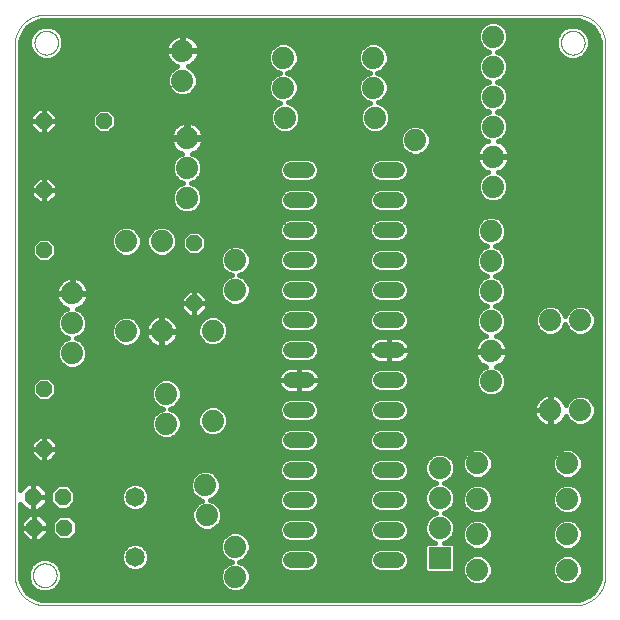
<source format=gbl>
G75*
%MOIN*%
%OFA0B0*%
%FSLAX25Y25*%
%IPPOS*%
%LPD*%
%AMOC8*
5,1,8,0,0,1.08239X$1,22.5*
%
%ADD10C,0.00000*%
%ADD11C,0.05200*%
%ADD12OC8,0.05200*%
%ADD13OC8,0.05600*%
%ADD14C,0.06500*%
%ADD15C,0.07400*%
%ADD16R,0.07400X0.07400*%
%ADD17C,0.01600*%
D10*
X0037233Y0047233D02*
X0037233Y0224083D01*
X0037236Y0224325D01*
X0037245Y0224566D01*
X0037259Y0224807D01*
X0037280Y0225048D01*
X0037306Y0225288D01*
X0037338Y0225528D01*
X0037376Y0225767D01*
X0037419Y0226004D01*
X0037469Y0226241D01*
X0037524Y0226476D01*
X0037584Y0226710D01*
X0037651Y0226942D01*
X0037722Y0227173D01*
X0037800Y0227402D01*
X0037883Y0227629D01*
X0037971Y0227854D01*
X0038065Y0228077D01*
X0038164Y0228297D01*
X0038269Y0228515D01*
X0038378Y0228730D01*
X0038493Y0228943D01*
X0038613Y0229153D01*
X0038738Y0229359D01*
X0038868Y0229563D01*
X0039003Y0229764D01*
X0039143Y0229961D01*
X0039287Y0230155D01*
X0039436Y0230345D01*
X0039590Y0230531D01*
X0039748Y0230714D01*
X0039910Y0230893D01*
X0040077Y0231068D01*
X0040248Y0231239D01*
X0040423Y0231406D01*
X0040602Y0231568D01*
X0040785Y0231726D01*
X0040971Y0231880D01*
X0041161Y0232029D01*
X0041355Y0232173D01*
X0041552Y0232313D01*
X0041753Y0232448D01*
X0041957Y0232578D01*
X0042163Y0232703D01*
X0042373Y0232823D01*
X0042586Y0232938D01*
X0042801Y0233047D01*
X0043019Y0233152D01*
X0043239Y0233251D01*
X0043462Y0233345D01*
X0043687Y0233433D01*
X0043914Y0233516D01*
X0044143Y0233594D01*
X0044374Y0233665D01*
X0044606Y0233732D01*
X0044840Y0233792D01*
X0045075Y0233847D01*
X0045312Y0233897D01*
X0045549Y0233940D01*
X0045788Y0233978D01*
X0046028Y0234010D01*
X0046268Y0234036D01*
X0046509Y0234057D01*
X0046750Y0234071D01*
X0046991Y0234080D01*
X0047233Y0234083D01*
X0224083Y0234083D01*
X0219296Y0224733D02*
X0219298Y0224858D01*
X0219304Y0224983D01*
X0219314Y0225107D01*
X0219328Y0225231D01*
X0219345Y0225355D01*
X0219367Y0225478D01*
X0219393Y0225600D01*
X0219422Y0225722D01*
X0219455Y0225842D01*
X0219493Y0225961D01*
X0219533Y0226080D01*
X0219578Y0226196D01*
X0219626Y0226311D01*
X0219678Y0226425D01*
X0219734Y0226537D01*
X0219793Y0226647D01*
X0219855Y0226755D01*
X0219921Y0226862D01*
X0219990Y0226966D01*
X0220063Y0227067D01*
X0220138Y0227167D01*
X0220217Y0227264D01*
X0220299Y0227358D01*
X0220384Y0227450D01*
X0220471Y0227539D01*
X0220562Y0227625D01*
X0220655Y0227708D01*
X0220751Y0227789D01*
X0220849Y0227866D01*
X0220949Y0227940D01*
X0221052Y0228011D01*
X0221157Y0228078D01*
X0221265Y0228143D01*
X0221374Y0228203D01*
X0221485Y0228261D01*
X0221598Y0228314D01*
X0221712Y0228364D01*
X0221828Y0228411D01*
X0221945Y0228453D01*
X0222064Y0228492D01*
X0222184Y0228528D01*
X0222305Y0228559D01*
X0222427Y0228587D01*
X0222549Y0228610D01*
X0222673Y0228630D01*
X0222797Y0228646D01*
X0222921Y0228658D01*
X0223046Y0228666D01*
X0223171Y0228670D01*
X0223295Y0228670D01*
X0223420Y0228666D01*
X0223545Y0228658D01*
X0223669Y0228646D01*
X0223793Y0228630D01*
X0223917Y0228610D01*
X0224039Y0228587D01*
X0224161Y0228559D01*
X0224282Y0228528D01*
X0224402Y0228492D01*
X0224521Y0228453D01*
X0224638Y0228411D01*
X0224754Y0228364D01*
X0224868Y0228314D01*
X0224981Y0228261D01*
X0225092Y0228203D01*
X0225202Y0228143D01*
X0225309Y0228078D01*
X0225414Y0228011D01*
X0225517Y0227940D01*
X0225617Y0227866D01*
X0225715Y0227789D01*
X0225811Y0227708D01*
X0225904Y0227625D01*
X0225995Y0227539D01*
X0226082Y0227450D01*
X0226167Y0227358D01*
X0226249Y0227264D01*
X0226328Y0227167D01*
X0226403Y0227067D01*
X0226476Y0226966D01*
X0226545Y0226862D01*
X0226611Y0226755D01*
X0226673Y0226647D01*
X0226732Y0226537D01*
X0226788Y0226425D01*
X0226840Y0226311D01*
X0226888Y0226196D01*
X0226933Y0226080D01*
X0226973Y0225961D01*
X0227011Y0225842D01*
X0227044Y0225722D01*
X0227073Y0225600D01*
X0227099Y0225478D01*
X0227121Y0225355D01*
X0227138Y0225231D01*
X0227152Y0225107D01*
X0227162Y0224983D01*
X0227168Y0224858D01*
X0227170Y0224733D01*
X0227168Y0224608D01*
X0227162Y0224483D01*
X0227152Y0224359D01*
X0227138Y0224235D01*
X0227121Y0224111D01*
X0227099Y0223988D01*
X0227073Y0223866D01*
X0227044Y0223744D01*
X0227011Y0223624D01*
X0226973Y0223505D01*
X0226933Y0223386D01*
X0226888Y0223270D01*
X0226840Y0223155D01*
X0226788Y0223041D01*
X0226732Y0222929D01*
X0226673Y0222819D01*
X0226611Y0222711D01*
X0226545Y0222604D01*
X0226476Y0222500D01*
X0226403Y0222399D01*
X0226328Y0222299D01*
X0226249Y0222202D01*
X0226167Y0222108D01*
X0226082Y0222016D01*
X0225995Y0221927D01*
X0225904Y0221841D01*
X0225811Y0221758D01*
X0225715Y0221677D01*
X0225617Y0221600D01*
X0225517Y0221526D01*
X0225414Y0221455D01*
X0225309Y0221388D01*
X0225201Y0221323D01*
X0225092Y0221263D01*
X0224981Y0221205D01*
X0224868Y0221152D01*
X0224754Y0221102D01*
X0224638Y0221055D01*
X0224521Y0221013D01*
X0224402Y0220974D01*
X0224282Y0220938D01*
X0224161Y0220907D01*
X0224039Y0220879D01*
X0223917Y0220856D01*
X0223793Y0220836D01*
X0223669Y0220820D01*
X0223545Y0220808D01*
X0223420Y0220800D01*
X0223295Y0220796D01*
X0223171Y0220796D01*
X0223046Y0220800D01*
X0222921Y0220808D01*
X0222797Y0220820D01*
X0222673Y0220836D01*
X0222549Y0220856D01*
X0222427Y0220879D01*
X0222305Y0220907D01*
X0222184Y0220938D01*
X0222064Y0220974D01*
X0221945Y0221013D01*
X0221828Y0221055D01*
X0221712Y0221102D01*
X0221598Y0221152D01*
X0221485Y0221205D01*
X0221374Y0221263D01*
X0221264Y0221323D01*
X0221157Y0221388D01*
X0221052Y0221455D01*
X0220949Y0221526D01*
X0220849Y0221600D01*
X0220751Y0221677D01*
X0220655Y0221758D01*
X0220562Y0221841D01*
X0220471Y0221927D01*
X0220384Y0222016D01*
X0220299Y0222108D01*
X0220217Y0222202D01*
X0220138Y0222299D01*
X0220063Y0222399D01*
X0219990Y0222500D01*
X0219921Y0222604D01*
X0219855Y0222711D01*
X0219793Y0222819D01*
X0219734Y0222929D01*
X0219678Y0223041D01*
X0219626Y0223155D01*
X0219578Y0223270D01*
X0219533Y0223386D01*
X0219493Y0223505D01*
X0219455Y0223624D01*
X0219422Y0223744D01*
X0219393Y0223866D01*
X0219367Y0223988D01*
X0219345Y0224111D01*
X0219328Y0224235D01*
X0219314Y0224359D01*
X0219304Y0224483D01*
X0219298Y0224608D01*
X0219296Y0224733D01*
X0224083Y0234083D02*
X0224325Y0234080D01*
X0224566Y0234071D01*
X0224807Y0234057D01*
X0225048Y0234036D01*
X0225288Y0234010D01*
X0225528Y0233978D01*
X0225767Y0233940D01*
X0226004Y0233897D01*
X0226241Y0233847D01*
X0226476Y0233792D01*
X0226710Y0233732D01*
X0226942Y0233665D01*
X0227173Y0233594D01*
X0227402Y0233516D01*
X0227629Y0233433D01*
X0227854Y0233345D01*
X0228077Y0233251D01*
X0228297Y0233152D01*
X0228515Y0233047D01*
X0228730Y0232938D01*
X0228943Y0232823D01*
X0229153Y0232703D01*
X0229359Y0232578D01*
X0229563Y0232448D01*
X0229764Y0232313D01*
X0229961Y0232173D01*
X0230155Y0232029D01*
X0230345Y0231880D01*
X0230531Y0231726D01*
X0230714Y0231568D01*
X0230893Y0231406D01*
X0231068Y0231239D01*
X0231239Y0231068D01*
X0231406Y0230893D01*
X0231568Y0230714D01*
X0231726Y0230531D01*
X0231880Y0230345D01*
X0232029Y0230155D01*
X0232173Y0229961D01*
X0232313Y0229764D01*
X0232448Y0229563D01*
X0232578Y0229359D01*
X0232703Y0229153D01*
X0232823Y0228943D01*
X0232938Y0228730D01*
X0233047Y0228515D01*
X0233152Y0228297D01*
X0233251Y0228077D01*
X0233345Y0227854D01*
X0233433Y0227629D01*
X0233516Y0227402D01*
X0233594Y0227173D01*
X0233665Y0226942D01*
X0233732Y0226710D01*
X0233792Y0226476D01*
X0233847Y0226241D01*
X0233897Y0226004D01*
X0233940Y0225767D01*
X0233978Y0225528D01*
X0234010Y0225288D01*
X0234036Y0225048D01*
X0234057Y0224807D01*
X0234071Y0224566D01*
X0234080Y0224325D01*
X0234083Y0224083D01*
X0234083Y0047233D01*
X0234080Y0046991D01*
X0234071Y0046750D01*
X0234057Y0046509D01*
X0234036Y0046268D01*
X0234010Y0046028D01*
X0233978Y0045788D01*
X0233940Y0045549D01*
X0233897Y0045312D01*
X0233847Y0045075D01*
X0233792Y0044840D01*
X0233732Y0044606D01*
X0233665Y0044374D01*
X0233594Y0044143D01*
X0233516Y0043914D01*
X0233433Y0043687D01*
X0233345Y0043462D01*
X0233251Y0043239D01*
X0233152Y0043019D01*
X0233047Y0042801D01*
X0232938Y0042586D01*
X0232823Y0042373D01*
X0232703Y0042163D01*
X0232578Y0041957D01*
X0232448Y0041753D01*
X0232313Y0041552D01*
X0232173Y0041355D01*
X0232029Y0041161D01*
X0231880Y0040971D01*
X0231726Y0040785D01*
X0231568Y0040602D01*
X0231406Y0040423D01*
X0231239Y0040248D01*
X0231068Y0040077D01*
X0230893Y0039910D01*
X0230714Y0039748D01*
X0230531Y0039590D01*
X0230345Y0039436D01*
X0230155Y0039287D01*
X0229961Y0039143D01*
X0229764Y0039003D01*
X0229563Y0038868D01*
X0229359Y0038738D01*
X0229153Y0038613D01*
X0228943Y0038493D01*
X0228730Y0038378D01*
X0228515Y0038269D01*
X0228297Y0038164D01*
X0228077Y0038065D01*
X0227854Y0037971D01*
X0227629Y0037883D01*
X0227402Y0037800D01*
X0227173Y0037722D01*
X0226942Y0037651D01*
X0226710Y0037584D01*
X0226476Y0037524D01*
X0226241Y0037469D01*
X0226004Y0037419D01*
X0225767Y0037376D01*
X0225528Y0037338D01*
X0225288Y0037306D01*
X0225048Y0037280D01*
X0224807Y0037259D01*
X0224566Y0037245D01*
X0224325Y0037236D01*
X0224083Y0037233D01*
X0047233Y0037233D01*
X0043296Y0047233D02*
X0043298Y0047358D01*
X0043304Y0047483D01*
X0043314Y0047607D01*
X0043328Y0047731D01*
X0043345Y0047855D01*
X0043367Y0047978D01*
X0043393Y0048100D01*
X0043422Y0048222D01*
X0043455Y0048342D01*
X0043493Y0048461D01*
X0043533Y0048580D01*
X0043578Y0048696D01*
X0043626Y0048811D01*
X0043678Y0048925D01*
X0043734Y0049037D01*
X0043793Y0049147D01*
X0043855Y0049255D01*
X0043921Y0049362D01*
X0043990Y0049466D01*
X0044063Y0049567D01*
X0044138Y0049667D01*
X0044217Y0049764D01*
X0044299Y0049858D01*
X0044384Y0049950D01*
X0044471Y0050039D01*
X0044562Y0050125D01*
X0044655Y0050208D01*
X0044751Y0050289D01*
X0044849Y0050366D01*
X0044949Y0050440D01*
X0045052Y0050511D01*
X0045157Y0050578D01*
X0045265Y0050643D01*
X0045374Y0050703D01*
X0045485Y0050761D01*
X0045598Y0050814D01*
X0045712Y0050864D01*
X0045828Y0050911D01*
X0045945Y0050953D01*
X0046064Y0050992D01*
X0046184Y0051028D01*
X0046305Y0051059D01*
X0046427Y0051087D01*
X0046549Y0051110D01*
X0046673Y0051130D01*
X0046797Y0051146D01*
X0046921Y0051158D01*
X0047046Y0051166D01*
X0047171Y0051170D01*
X0047295Y0051170D01*
X0047420Y0051166D01*
X0047545Y0051158D01*
X0047669Y0051146D01*
X0047793Y0051130D01*
X0047917Y0051110D01*
X0048039Y0051087D01*
X0048161Y0051059D01*
X0048282Y0051028D01*
X0048402Y0050992D01*
X0048521Y0050953D01*
X0048638Y0050911D01*
X0048754Y0050864D01*
X0048868Y0050814D01*
X0048981Y0050761D01*
X0049092Y0050703D01*
X0049202Y0050643D01*
X0049309Y0050578D01*
X0049414Y0050511D01*
X0049517Y0050440D01*
X0049617Y0050366D01*
X0049715Y0050289D01*
X0049811Y0050208D01*
X0049904Y0050125D01*
X0049995Y0050039D01*
X0050082Y0049950D01*
X0050167Y0049858D01*
X0050249Y0049764D01*
X0050328Y0049667D01*
X0050403Y0049567D01*
X0050476Y0049466D01*
X0050545Y0049362D01*
X0050611Y0049255D01*
X0050673Y0049147D01*
X0050732Y0049037D01*
X0050788Y0048925D01*
X0050840Y0048811D01*
X0050888Y0048696D01*
X0050933Y0048580D01*
X0050973Y0048461D01*
X0051011Y0048342D01*
X0051044Y0048222D01*
X0051073Y0048100D01*
X0051099Y0047978D01*
X0051121Y0047855D01*
X0051138Y0047731D01*
X0051152Y0047607D01*
X0051162Y0047483D01*
X0051168Y0047358D01*
X0051170Y0047233D01*
X0051168Y0047108D01*
X0051162Y0046983D01*
X0051152Y0046859D01*
X0051138Y0046735D01*
X0051121Y0046611D01*
X0051099Y0046488D01*
X0051073Y0046366D01*
X0051044Y0046244D01*
X0051011Y0046124D01*
X0050973Y0046005D01*
X0050933Y0045886D01*
X0050888Y0045770D01*
X0050840Y0045655D01*
X0050788Y0045541D01*
X0050732Y0045429D01*
X0050673Y0045319D01*
X0050611Y0045211D01*
X0050545Y0045104D01*
X0050476Y0045000D01*
X0050403Y0044899D01*
X0050328Y0044799D01*
X0050249Y0044702D01*
X0050167Y0044608D01*
X0050082Y0044516D01*
X0049995Y0044427D01*
X0049904Y0044341D01*
X0049811Y0044258D01*
X0049715Y0044177D01*
X0049617Y0044100D01*
X0049517Y0044026D01*
X0049414Y0043955D01*
X0049309Y0043888D01*
X0049201Y0043823D01*
X0049092Y0043763D01*
X0048981Y0043705D01*
X0048868Y0043652D01*
X0048754Y0043602D01*
X0048638Y0043555D01*
X0048521Y0043513D01*
X0048402Y0043474D01*
X0048282Y0043438D01*
X0048161Y0043407D01*
X0048039Y0043379D01*
X0047917Y0043356D01*
X0047793Y0043336D01*
X0047669Y0043320D01*
X0047545Y0043308D01*
X0047420Y0043300D01*
X0047295Y0043296D01*
X0047171Y0043296D01*
X0047046Y0043300D01*
X0046921Y0043308D01*
X0046797Y0043320D01*
X0046673Y0043336D01*
X0046549Y0043356D01*
X0046427Y0043379D01*
X0046305Y0043407D01*
X0046184Y0043438D01*
X0046064Y0043474D01*
X0045945Y0043513D01*
X0045828Y0043555D01*
X0045712Y0043602D01*
X0045598Y0043652D01*
X0045485Y0043705D01*
X0045374Y0043763D01*
X0045264Y0043823D01*
X0045157Y0043888D01*
X0045052Y0043955D01*
X0044949Y0044026D01*
X0044849Y0044100D01*
X0044751Y0044177D01*
X0044655Y0044258D01*
X0044562Y0044341D01*
X0044471Y0044427D01*
X0044384Y0044516D01*
X0044299Y0044608D01*
X0044217Y0044702D01*
X0044138Y0044799D01*
X0044063Y0044899D01*
X0043990Y0045000D01*
X0043921Y0045104D01*
X0043855Y0045211D01*
X0043793Y0045319D01*
X0043734Y0045429D01*
X0043678Y0045541D01*
X0043626Y0045655D01*
X0043578Y0045770D01*
X0043533Y0045886D01*
X0043493Y0046005D01*
X0043455Y0046124D01*
X0043422Y0046244D01*
X0043393Y0046366D01*
X0043367Y0046488D01*
X0043345Y0046611D01*
X0043328Y0046735D01*
X0043314Y0046859D01*
X0043304Y0046983D01*
X0043298Y0047108D01*
X0043296Y0047233D01*
X0037233Y0047233D02*
X0037236Y0046991D01*
X0037245Y0046750D01*
X0037259Y0046509D01*
X0037280Y0046268D01*
X0037306Y0046028D01*
X0037338Y0045788D01*
X0037376Y0045549D01*
X0037419Y0045312D01*
X0037469Y0045075D01*
X0037524Y0044840D01*
X0037584Y0044606D01*
X0037651Y0044374D01*
X0037722Y0044143D01*
X0037800Y0043914D01*
X0037883Y0043687D01*
X0037971Y0043462D01*
X0038065Y0043239D01*
X0038164Y0043019D01*
X0038269Y0042801D01*
X0038378Y0042586D01*
X0038493Y0042373D01*
X0038613Y0042163D01*
X0038738Y0041957D01*
X0038868Y0041753D01*
X0039003Y0041552D01*
X0039143Y0041355D01*
X0039287Y0041161D01*
X0039436Y0040971D01*
X0039590Y0040785D01*
X0039748Y0040602D01*
X0039910Y0040423D01*
X0040077Y0040248D01*
X0040248Y0040077D01*
X0040423Y0039910D01*
X0040602Y0039748D01*
X0040785Y0039590D01*
X0040971Y0039436D01*
X0041161Y0039287D01*
X0041355Y0039143D01*
X0041552Y0039003D01*
X0041753Y0038868D01*
X0041957Y0038738D01*
X0042163Y0038613D01*
X0042373Y0038493D01*
X0042586Y0038378D01*
X0042801Y0038269D01*
X0043019Y0038164D01*
X0043239Y0038065D01*
X0043462Y0037971D01*
X0043687Y0037883D01*
X0043914Y0037800D01*
X0044143Y0037722D01*
X0044374Y0037651D01*
X0044606Y0037584D01*
X0044840Y0037524D01*
X0045075Y0037469D01*
X0045312Y0037419D01*
X0045549Y0037376D01*
X0045788Y0037338D01*
X0046028Y0037306D01*
X0046268Y0037280D01*
X0046509Y0037259D01*
X0046750Y0037245D01*
X0046991Y0037236D01*
X0047233Y0037233D01*
X0043796Y0224733D02*
X0043798Y0224858D01*
X0043804Y0224983D01*
X0043814Y0225107D01*
X0043828Y0225231D01*
X0043845Y0225355D01*
X0043867Y0225478D01*
X0043893Y0225600D01*
X0043922Y0225722D01*
X0043955Y0225842D01*
X0043993Y0225961D01*
X0044033Y0226080D01*
X0044078Y0226196D01*
X0044126Y0226311D01*
X0044178Y0226425D01*
X0044234Y0226537D01*
X0044293Y0226647D01*
X0044355Y0226755D01*
X0044421Y0226862D01*
X0044490Y0226966D01*
X0044563Y0227067D01*
X0044638Y0227167D01*
X0044717Y0227264D01*
X0044799Y0227358D01*
X0044884Y0227450D01*
X0044971Y0227539D01*
X0045062Y0227625D01*
X0045155Y0227708D01*
X0045251Y0227789D01*
X0045349Y0227866D01*
X0045449Y0227940D01*
X0045552Y0228011D01*
X0045657Y0228078D01*
X0045765Y0228143D01*
X0045874Y0228203D01*
X0045985Y0228261D01*
X0046098Y0228314D01*
X0046212Y0228364D01*
X0046328Y0228411D01*
X0046445Y0228453D01*
X0046564Y0228492D01*
X0046684Y0228528D01*
X0046805Y0228559D01*
X0046927Y0228587D01*
X0047049Y0228610D01*
X0047173Y0228630D01*
X0047297Y0228646D01*
X0047421Y0228658D01*
X0047546Y0228666D01*
X0047671Y0228670D01*
X0047795Y0228670D01*
X0047920Y0228666D01*
X0048045Y0228658D01*
X0048169Y0228646D01*
X0048293Y0228630D01*
X0048417Y0228610D01*
X0048539Y0228587D01*
X0048661Y0228559D01*
X0048782Y0228528D01*
X0048902Y0228492D01*
X0049021Y0228453D01*
X0049138Y0228411D01*
X0049254Y0228364D01*
X0049368Y0228314D01*
X0049481Y0228261D01*
X0049592Y0228203D01*
X0049702Y0228143D01*
X0049809Y0228078D01*
X0049914Y0228011D01*
X0050017Y0227940D01*
X0050117Y0227866D01*
X0050215Y0227789D01*
X0050311Y0227708D01*
X0050404Y0227625D01*
X0050495Y0227539D01*
X0050582Y0227450D01*
X0050667Y0227358D01*
X0050749Y0227264D01*
X0050828Y0227167D01*
X0050903Y0227067D01*
X0050976Y0226966D01*
X0051045Y0226862D01*
X0051111Y0226755D01*
X0051173Y0226647D01*
X0051232Y0226537D01*
X0051288Y0226425D01*
X0051340Y0226311D01*
X0051388Y0226196D01*
X0051433Y0226080D01*
X0051473Y0225961D01*
X0051511Y0225842D01*
X0051544Y0225722D01*
X0051573Y0225600D01*
X0051599Y0225478D01*
X0051621Y0225355D01*
X0051638Y0225231D01*
X0051652Y0225107D01*
X0051662Y0224983D01*
X0051668Y0224858D01*
X0051670Y0224733D01*
X0051668Y0224608D01*
X0051662Y0224483D01*
X0051652Y0224359D01*
X0051638Y0224235D01*
X0051621Y0224111D01*
X0051599Y0223988D01*
X0051573Y0223866D01*
X0051544Y0223744D01*
X0051511Y0223624D01*
X0051473Y0223505D01*
X0051433Y0223386D01*
X0051388Y0223270D01*
X0051340Y0223155D01*
X0051288Y0223041D01*
X0051232Y0222929D01*
X0051173Y0222819D01*
X0051111Y0222711D01*
X0051045Y0222604D01*
X0050976Y0222500D01*
X0050903Y0222399D01*
X0050828Y0222299D01*
X0050749Y0222202D01*
X0050667Y0222108D01*
X0050582Y0222016D01*
X0050495Y0221927D01*
X0050404Y0221841D01*
X0050311Y0221758D01*
X0050215Y0221677D01*
X0050117Y0221600D01*
X0050017Y0221526D01*
X0049914Y0221455D01*
X0049809Y0221388D01*
X0049701Y0221323D01*
X0049592Y0221263D01*
X0049481Y0221205D01*
X0049368Y0221152D01*
X0049254Y0221102D01*
X0049138Y0221055D01*
X0049021Y0221013D01*
X0048902Y0220974D01*
X0048782Y0220938D01*
X0048661Y0220907D01*
X0048539Y0220879D01*
X0048417Y0220856D01*
X0048293Y0220836D01*
X0048169Y0220820D01*
X0048045Y0220808D01*
X0047920Y0220800D01*
X0047795Y0220796D01*
X0047671Y0220796D01*
X0047546Y0220800D01*
X0047421Y0220808D01*
X0047297Y0220820D01*
X0047173Y0220836D01*
X0047049Y0220856D01*
X0046927Y0220879D01*
X0046805Y0220907D01*
X0046684Y0220938D01*
X0046564Y0220974D01*
X0046445Y0221013D01*
X0046328Y0221055D01*
X0046212Y0221102D01*
X0046098Y0221152D01*
X0045985Y0221205D01*
X0045874Y0221263D01*
X0045764Y0221323D01*
X0045657Y0221388D01*
X0045552Y0221455D01*
X0045449Y0221526D01*
X0045349Y0221600D01*
X0045251Y0221677D01*
X0045155Y0221758D01*
X0045062Y0221841D01*
X0044971Y0221927D01*
X0044884Y0222016D01*
X0044799Y0222108D01*
X0044717Y0222202D01*
X0044638Y0222299D01*
X0044563Y0222399D01*
X0044490Y0222500D01*
X0044421Y0222604D01*
X0044355Y0222711D01*
X0044293Y0222819D01*
X0044234Y0222929D01*
X0044178Y0223041D01*
X0044126Y0223155D01*
X0044078Y0223270D01*
X0044033Y0223386D01*
X0043993Y0223505D01*
X0043955Y0223624D01*
X0043922Y0223744D01*
X0043893Y0223866D01*
X0043867Y0223988D01*
X0043845Y0224111D01*
X0043828Y0224235D01*
X0043814Y0224359D01*
X0043804Y0224483D01*
X0043798Y0224608D01*
X0043796Y0224733D01*
D11*
X0129389Y0182233D02*
X0134589Y0182233D01*
X0134589Y0172233D02*
X0129389Y0172233D01*
X0129389Y0162233D02*
X0134589Y0162233D01*
X0134589Y0152233D02*
X0129389Y0152233D01*
X0129389Y0142233D02*
X0134589Y0142233D01*
X0134589Y0132233D02*
X0129389Y0132233D01*
X0129389Y0122233D02*
X0134589Y0122233D01*
X0134589Y0112233D02*
X0129389Y0112233D01*
X0129389Y0102233D02*
X0134589Y0102233D01*
X0134589Y0092233D02*
X0129389Y0092233D01*
X0129389Y0082233D02*
X0134589Y0082233D01*
X0134589Y0072233D02*
X0129389Y0072233D01*
X0129389Y0062233D02*
X0134589Y0062233D01*
X0134589Y0052233D02*
X0129389Y0052233D01*
X0159389Y0052233D02*
X0164589Y0052233D01*
X0164589Y0062233D02*
X0159389Y0062233D01*
X0159389Y0072233D02*
X0164589Y0072233D01*
X0164589Y0082233D02*
X0159389Y0082233D01*
X0159389Y0092233D02*
X0164589Y0092233D01*
X0164589Y0102233D02*
X0159389Y0102233D01*
X0159389Y0112233D02*
X0164589Y0112233D01*
X0164589Y0122233D02*
X0159389Y0122233D01*
X0159389Y0132233D02*
X0164589Y0132233D01*
X0164589Y0142233D02*
X0159389Y0142233D01*
X0159389Y0152233D02*
X0164589Y0152233D01*
X0164589Y0162233D02*
X0159389Y0162233D01*
X0159389Y0172233D02*
X0164589Y0172233D01*
X0164589Y0182233D02*
X0159389Y0182233D01*
D12*
X0096973Y0157843D03*
X0096973Y0137843D03*
X0046973Y0155580D03*
X0046973Y0175580D03*
X0046855Y0198650D03*
X0066855Y0198650D03*
X0046993Y0109324D03*
X0046993Y0089324D03*
D13*
X0043272Y0073296D03*
X0053272Y0073296D03*
X0053784Y0063115D03*
X0043784Y0063115D03*
D14*
X0077406Y0053217D03*
X0077406Y0073217D03*
D15*
X0100733Y0077233D03*
X0101233Y0067233D03*
X0110733Y0056733D03*
X0110733Y0046733D03*
X0103233Y0098733D03*
X0087733Y0097733D03*
X0087733Y0107733D03*
X0086225Y0128532D03*
X0074414Y0128532D03*
X0056343Y0131209D03*
X0056343Y0141209D03*
X0056343Y0121209D03*
X0074414Y0158532D03*
X0086225Y0158532D03*
X0094611Y0172981D03*
X0094611Y0182981D03*
X0094611Y0192981D03*
X0093115Y0212036D03*
X0093115Y0222036D03*
X0126733Y0219733D03*
X0126733Y0209733D03*
X0127328Y0199792D03*
X0156733Y0209733D03*
X0157328Y0199792D03*
X0170733Y0192233D03*
X0196635Y0196772D03*
X0196635Y0186772D03*
X0196635Y0176772D03*
X0195981Y0161918D03*
X0195981Y0151918D03*
X0195981Y0141918D03*
X0195981Y0131918D03*
X0195981Y0121918D03*
X0195981Y0111918D03*
X0215733Y0102233D03*
X0225733Y0102233D03*
X0221461Y0084477D03*
X0221461Y0072666D03*
X0221461Y0060855D03*
X0221461Y0049044D03*
X0191461Y0049044D03*
X0191461Y0060855D03*
X0191461Y0072666D03*
X0191461Y0084477D03*
X0178902Y0082981D03*
X0178902Y0072981D03*
X0178902Y0062981D03*
X0215733Y0132233D03*
X0225733Y0132233D03*
X0196635Y0206772D03*
X0196635Y0216772D03*
X0196635Y0226772D03*
X0156733Y0219733D03*
X0110733Y0152233D03*
X0110733Y0142233D03*
X0103233Y0128733D03*
D16*
X0178902Y0052981D03*
D17*
X0041435Y0041435D02*
X0039927Y0043510D01*
X0039134Y0045950D01*
X0039033Y0047233D01*
X0039033Y0071030D01*
X0041367Y0068696D01*
X0043272Y0068696D01*
X0043272Y0073296D01*
X0043272Y0073296D01*
X0043272Y0077896D01*
X0041367Y0077896D01*
X0039033Y0075562D01*
X0039033Y0224083D01*
X0039134Y0225366D01*
X0039927Y0227806D01*
X0041435Y0229882D01*
X0043510Y0231390D01*
X0045950Y0232183D01*
X0047233Y0232283D01*
X0224083Y0232283D01*
X0225366Y0232183D01*
X0227806Y0231390D01*
X0229882Y0229882D01*
X0231390Y0227806D01*
X0232183Y0225366D01*
X0232283Y0224083D01*
X0232283Y0047233D01*
X0232183Y0045950D01*
X0231390Y0043510D01*
X0229882Y0041435D01*
X0227806Y0039927D01*
X0225366Y0039134D01*
X0224083Y0039033D01*
X0047233Y0039033D01*
X0045950Y0039134D01*
X0043510Y0039927D01*
X0041435Y0041435D01*
X0041003Y0042029D02*
X0044806Y0042029D01*
X0043983Y0042369D02*
X0046092Y0041496D01*
X0048374Y0041496D01*
X0050483Y0042369D01*
X0052097Y0043983D01*
X0052970Y0046092D01*
X0052970Y0048374D01*
X0052097Y0050483D01*
X0050483Y0052097D01*
X0048374Y0052970D01*
X0046092Y0052970D01*
X0043983Y0052097D01*
X0042369Y0050483D01*
X0041496Y0048374D01*
X0041496Y0046092D01*
X0042369Y0043983D01*
X0043983Y0042369D01*
X0042726Y0043627D02*
X0039889Y0043627D01*
X0039369Y0045226D02*
X0041855Y0045226D01*
X0041496Y0046824D02*
X0039065Y0046824D01*
X0039033Y0048423D02*
X0041516Y0048423D01*
X0042178Y0050021D02*
X0039033Y0050021D01*
X0039033Y0051620D02*
X0043506Y0051620D01*
X0039033Y0053218D02*
X0072756Y0053218D01*
X0072756Y0054142D02*
X0072756Y0052292D01*
X0073464Y0050583D01*
X0074772Y0049275D01*
X0076481Y0048567D01*
X0078331Y0048567D01*
X0080040Y0049275D01*
X0081348Y0050583D01*
X0082056Y0052292D01*
X0082056Y0054142D01*
X0081348Y0055851D01*
X0080040Y0057159D01*
X0078331Y0057867D01*
X0076481Y0057867D01*
X0074772Y0057159D01*
X0073464Y0055851D01*
X0072756Y0054142D01*
X0073036Y0054817D02*
X0039033Y0054817D01*
X0039033Y0056415D02*
X0074028Y0056415D01*
X0073035Y0051620D02*
X0050960Y0051620D01*
X0052288Y0050021D02*
X0074026Y0050021D01*
X0080786Y0050021D02*
X0106809Y0050021D01*
X0106409Y0049622D02*
X0105633Y0047748D01*
X0105633Y0045719D01*
X0106409Y0043844D01*
X0107844Y0042409D01*
X0109719Y0041633D01*
X0111748Y0041633D01*
X0113622Y0042409D01*
X0115057Y0043844D01*
X0115833Y0045719D01*
X0115833Y0047748D01*
X0115057Y0049622D01*
X0113622Y0051057D01*
X0111989Y0051733D01*
X0113622Y0052409D01*
X0115057Y0053844D01*
X0115833Y0055719D01*
X0115833Y0057748D01*
X0115057Y0059622D01*
X0113622Y0061057D01*
X0111748Y0061833D01*
X0109719Y0061833D01*
X0107844Y0061057D01*
X0106409Y0059622D01*
X0105633Y0057748D01*
X0105633Y0055719D01*
X0106409Y0053844D01*
X0107844Y0052409D01*
X0109477Y0051733D01*
X0107844Y0051057D01*
X0106409Y0049622D01*
X0105913Y0048423D02*
X0052950Y0048423D01*
X0052970Y0046824D02*
X0105633Y0046824D01*
X0105837Y0045226D02*
X0052611Y0045226D01*
X0051740Y0043627D02*
X0106627Y0043627D01*
X0108764Y0042029D02*
X0049660Y0042029D01*
X0042818Y0040430D02*
X0228499Y0040430D01*
X0230313Y0042029D02*
X0112702Y0042029D01*
X0114840Y0043627D02*
X0231428Y0043627D01*
X0231947Y0045226D02*
X0224855Y0045226D01*
X0224350Y0044721D02*
X0225785Y0046155D01*
X0226561Y0048030D01*
X0226561Y0050059D01*
X0225785Y0051933D01*
X0224350Y0053368D01*
X0222476Y0054144D01*
X0220447Y0054144D01*
X0218572Y0053368D01*
X0217138Y0051933D01*
X0216361Y0050059D01*
X0216361Y0048030D01*
X0217138Y0046155D01*
X0218572Y0044721D01*
X0220447Y0043944D01*
X0222476Y0043944D01*
X0224350Y0044721D01*
X0226062Y0046824D02*
X0232251Y0046824D01*
X0232283Y0048423D02*
X0226561Y0048423D01*
X0226561Y0050021D02*
X0232283Y0050021D01*
X0232283Y0051620D02*
X0225915Y0051620D01*
X0224500Y0053218D02*
X0232283Y0053218D01*
X0232283Y0054817D02*
X0184002Y0054817D01*
X0184002Y0056415D02*
X0188853Y0056415D01*
X0188572Y0056532D02*
X0190447Y0055755D01*
X0192476Y0055755D01*
X0194350Y0056532D01*
X0195785Y0057966D01*
X0196561Y0059841D01*
X0196561Y0061870D01*
X0195785Y0063744D01*
X0194350Y0065179D01*
X0192476Y0065955D01*
X0190447Y0065955D01*
X0188572Y0065179D01*
X0187138Y0063744D01*
X0186361Y0061870D01*
X0186361Y0059841D01*
X0187138Y0057966D01*
X0188572Y0056532D01*
X0187118Y0058014D02*
X0183250Y0058014D01*
X0183182Y0058081D02*
X0180400Y0058081D01*
X0181791Y0058658D01*
X0183226Y0060092D01*
X0184002Y0061967D01*
X0184002Y0063996D01*
X0183226Y0065870D01*
X0181791Y0067305D01*
X0180158Y0067981D01*
X0181791Y0068658D01*
X0183226Y0070092D01*
X0184002Y0071967D01*
X0184002Y0073996D01*
X0183226Y0075870D01*
X0181791Y0077305D01*
X0180158Y0077981D01*
X0181791Y0078658D01*
X0183226Y0080092D01*
X0184002Y0081967D01*
X0184002Y0083996D01*
X0183226Y0085870D01*
X0181791Y0087305D01*
X0179917Y0088081D01*
X0177888Y0088081D01*
X0176013Y0087305D01*
X0174579Y0085870D01*
X0173802Y0083996D01*
X0173802Y0081967D01*
X0174579Y0080092D01*
X0176013Y0078658D01*
X0177647Y0077981D01*
X0176013Y0077305D01*
X0174579Y0075870D01*
X0173802Y0073996D01*
X0173802Y0071967D01*
X0174579Y0070092D01*
X0176013Y0068658D01*
X0177647Y0067981D01*
X0176013Y0067305D01*
X0174579Y0065870D01*
X0173802Y0063996D01*
X0173802Y0061967D01*
X0174579Y0060092D01*
X0176013Y0058658D01*
X0177405Y0058081D01*
X0174622Y0058081D01*
X0173802Y0057261D01*
X0173802Y0048701D01*
X0174622Y0047881D01*
X0183182Y0047881D01*
X0184002Y0048701D01*
X0184002Y0057261D01*
X0183182Y0058081D01*
X0182746Y0059612D02*
X0186456Y0059612D01*
X0186361Y0061211D02*
X0183689Y0061211D01*
X0184002Y0062809D02*
X0186751Y0062809D01*
X0187802Y0064408D02*
X0183832Y0064408D01*
X0183090Y0066006D02*
X0232283Y0066006D01*
X0232283Y0064408D02*
X0225121Y0064408D01*
X0225785Y0063744D02*
X0224350Y0065179D01*
X0222476Y0065955D01*
X0220447Y0065955D01*
X0218572Y0065179D01*
X0217138Y0063744D01*
X0216361Y0061870D01*
X0216361Y0059841D01*
X0217138Y0057966D01*
X0218572Y0056532D01*
X0220447Y0055755D01*
X0222476Y0055755D01*
X0224350Y0056532D01*
X0225785Y0057966D01*
X0226561Y0059841D01*
X0226561Y0061870D01*
X0225785Y0063744D01*
X0226172Y0062809D02*
X0232283Y0062809D01*
X0232283Y0061211D02*
X0226561Y0061211D01*
X0226467Y0059612D02*
X0232283Y0059612D01*
X0232283Y0058014D02*
X0225805Y0058014D01*
X0224069Y0056415D02*
X0232283Y0056415D01*
X0232283Y0067605D02*
X0222569Y0067605D01*
X0222476Y0067566D02*
X0224350Y0068343D01*
X0225785Y0069777D01*
X0226561Y0071652D01*
X0226561Y0073681D01*
X0225785Y0075555D01*
X0224350Y0076990D01*
X0222476Y0077766D01*
X0220447Y0077766D01*
X0218572Y0076990D01*
X0217138Y0075555D01*
X0216361Y0073681D01*
X0216361Y0071652D01*
X0217138Y0069777D01*
X0218572Y0068343D01*
X0220447Y0067566D01*
X0222476Y0067566D01*
X0220354Y0067605D02*
X0192569Y0067605D01*
X0192476Y0067566D02*
X0194350Y0068343D01*
X0195785Y0069777D01*
X0196561Y0071652D01*
X0196561Y0073681D01*
X0195785Y0075555D01*
X0194350Y0076990D01*
X0192476Y0077766D01*
X0190447Y0077766D01*
X0188572Y0076990D01*
X0187138Y0075555D01*
X0186361Y0073681D01*
X0186361Y0071652D01*
X0187138Y0069777D01*
X0188572Y0068343D01*
X0190447Y0067566D01*
X0192476Y0067566D01*
X0190354Y0067605D02*
X0181067Y0067605D01*
X0182337Y0069203D02*
X0187712Y0069203D01*
X0186713Y0070802D02*
X0183520Y0070802D01*
X0184002Y0072400D02*
X0186361Y0072400D01*
X0186493Y0073999D02*
X0184001Y0073999D01*
X0183339Y0075597D02*
X0187180Y0075597D01*
X0189070Y0077196D02*
X0181900Y0077196D01*
X0181928Y0078794D02*
X0232283Y0078794D01*
X0232283Y0077196D02*
X0223853Y0077196D01*
X0225743Y0075597D02*
X0232283Y0075597D01*
X0232283Y0073999D02*
X0226430Y0073999D01*
X0226561Y0072400D02*
X0232283Y0072400D01*
X0232283Y0070802D02*
X0226209Y0070802D01*
X0225211Y0069203D02*
X0232283Y0069203D01*
X0224350Y0080154D02*
X0222476Y0079377D01*
X0220447Y0079377D01*
X0218572Y0080154D01*
X0217138Y0081588D01*
X0216361Y0083463D01*
X0216361Y0085492D01*
X0217138Y0087366D01*
X0218572Y0088801D01*
X0220447Y0089577D01*
X0222476Y0089577D01*
X0224350Y0088801D01*
X0225785Y0087366D01*
X0226561Y0085492D01*
X0226561Y0083463D01*
X0225785Y0081588D01*
X0224350Y0080154D01*
X0224590Y0080393D02*
X0232283Y0080393D01*
X0232283Y0081991D02*
X0225952Y0081991D01*
X0226561Y0083590D02*
X0232283Y0083590D01*
X0232283Y0085188D02*
X0226561Y0085188D01*
X0226025Y0086787D02*
X0232283Y0086787D01*
X0232283Y0088385D02*
X0224766Y0088385D01*
X0218157Y0088385D02*
X0194766Y0088385D01*
X0194350Y0088801D02*
X0192476Y0089577D01*
X0190447Y0089577D01*
X0188572Y0088801D01*
X0187138Y0087366D01*
X0186361Y0085492D01*
X0186361Y0083463D01*
X0187138Y0081588D01*
X0188572Y0080154D01*
X0190447Y0079377D01*
X0192476Y0079377D01*
X0194350Y0080154D01*
X0195785Y0081588D01*
X0196561Y0083463D01*
X0196561Y0085492D01*
X0195785Y0087366D01*
X0194350Y0088801D01*
X0196025Y0086787D02*
X0216898Y0086787D01*
X0216361Y0085188D02*
X0196561Y0085188D01*
X0196561Y0083590D02*
X0216361Y0083590D01*
X0216971Y0081991D02*
X0195952Y0081991D01*
X0194590Y0080393D02*
X0218333Y0080393D01*
X0219070Y0077196D02*
X0193853Y0077196D01*
X0195743Y0075597D02*
X0217180Y0075597D01*
X0216493Y0073999D02*
X0196430Y0073999D01*
X0196561Y0072400D02*
X0216361Y0072400D01*
X0216713Y0070802D02*
X0196209Y0070802D01*
X0195211Y0069203D02*
X0217712Y0069203D01*
X0217802Y0064408D02*
X0195121Y0064408D01*
X0196172Y0062809D02*
X0216751Y0062809D01*
X0216361Y0061211D02*
X0196561Y0061211D01*
X0196467Y0059612D02*
X0216456Y0059612D01*
X0217118Y0058014D02*
X0195805Y0058014D01*
X0194069Y0056415D02*
X0218853Y0056415D01*
X0218423Y0053218D02*
X0194500Y0053218D01*
X0194350Y0053368D02*
X0192476Y0054144D01*
X0190447Y0054144D01*
X0188572Y0053368D01*
X0187138Y0051933D01*
X0186361Y0050059D01*
X0186361Y0048030D01*
X0187138Y0046155D01*
X0188572Y0044721D01*
X0190447Y0043944D01*
X0192476Y0043944D01*
X0194350Y0044721D01*
X0195785Y0046155D01*
X0196561Y0048030D01*
X0196561Y0050059D01*
X0195785Y0051933D01*
X0194350Y0053368D01*
X0195915Y0051620D02*
X0217008Y0051620D01*
X0216361Y0050021D02*
X0196561Y0050021D01*
X0196561Y0048423D02*
X0216361Y0048423D01*
X0216861Y0046824D02*
X0196062Y0046824D01*
X0194855Y0045226D02*
X0218067Y0045226D01*
X0188067Y0045226D02*
X0115629Y0045226D01*
X0115833Y0046824D02*
X0186861Y0046824D01*
X0186361Y0048423D02*
X0183724Y0048423D01*
X0184002Y0050021D02*
X0186361Y0050021D01*
X0187008Y0051620D02*
X0184002Y0051620D01*
X0184002Y0053218D02*
X0188423Y0053218D01*
X0173802Y0053218D02*
X0168510Y0053218D01*
X0168589Y0053029D02*
X0167980Y0054499D01*
X0166855Y0055624D01*
X0165385Y0056233D01*
X0158593Y0056233D01*
X0157123Y0055624D01*
X0155998Y0054499D01*
X0155389Y0053029D01*
X0155389Y0051437D01*
X0155998Y0049967D01*
X0157123Y0048842D01*
X0158593Y0048233D01*
X0165385Y0048233D01*
X0166855Y0048842D01*
X0167980Y0049967D01*
X0168589Y0051437D01*
X0168589Y0053029D01*
X0168589Y0051620D02*
X0173802Y0051620D01*
X0173802Y0050021D02*
X0168002Y0050021D01*
X0165842Y0048423D02*
X0174081Y0048423D01*
X0173802Y0054817D02*
X0167662Y0054817D01*
X0165385Y0058233D02*
X0166855Y0058842D01*
X0167980Y0059967D01*
X0168589Y0061437D01*
X0168589Y0063029D01*
X0167980Y0064499D01*
X0166855Y0065624D01*
X0165385Y0066233D01*
X0158593Y0066233D01*
X0157123Y0065624D01*
X0155998Y0064499D01*
X0155389Y0063029D01*
X0155389Y0061437D01*
X0155998Y0059967D01*
X0157123Y0058842D01*
X0158593Y0058233D01*
X0165385Y0058233D01*
X0167625Y0059612D02*
X0175059Y0059612D01*
X0174555Y0058014D02*
X0115723Y0058014D01*
X0115833Y0056415D02*
X0173802Y0056415D01*
X0174115Y0061211D02*
X0168495Y0061211D01*
X0168589Y0062809D02*
X0173802Y0062809D01*
X0173973Y0064408D02*
X0168018Y0064408D01*
X0165932Y0066006D02*
X0174715Y0066006D01*
X0176738Y0067605D02*
X0106333Y0067605D01*
X0106333Y0068248D02*
X0105557Y0070122D01*
X0104122Y0071557D01*
X0102248Y0072333D01*
X0102230Y0072333D01*
X0103622Y0072909D01*
X0105057Y0074344D01*
X0105833Y0076219D01*
X0105833Y0078248D01*
X0105057Y0080122D01*
X0103622Y0081557D01*
X0101748Y0082333D01*
X0099719Y0082333D01*
X0097844Y0081557D01*
X0096409Y0080122D01*
X0095633Y0078248D01*
X0095633Y0076219D01*
X0096409Y0074344D01*
X0097844Y0072909D01*
X0099719Y0072133D01*
X0099736Y0072133D01*
X0098344Y0071557D01*
X0096909Y0070122D01*
X0096133Y0068248D01*
X0096133Y0066219D01*
X0096909Y0064344D01*
X0098344Y0062909D01*
X0100219Y0062133D01*
X0102248Y0062133D01*
X0104122Y0062909D01*
X0105557Y0064344D01*
X0106333Y0066219D01*
X0106333Y0068248D01*
X0105937Y0069203D02*
X0126762Y0069203D01*
X0127123Y0068842D02*
X0128593Y0068233D01*
X0135385Y0068233D01*
X0136855Y0068842D01*
X0137980Y0069967D01*
X0138589Y0071437D01*
X0138589Y0073029D01*
X0137980Y0074499D01*
X0136855Y0075624D01*
X0135385Y0076233D01*
X0128593Y0076233D01*
X0127123Y0075624D01*
X0125998Y0074499D01*
X0125389Y0073029D01*
X0125389Y0071437D01*
X0125998Y0069967D01*
X0127123Y0068842D01*
X0125652Y0070802D02*
X0104877Y0070802D01*
X0102393Y0072400D02*
X0125389Y0072400D01*
X0125791Y0073999D02*
X0104711Y0073999D01*
X0105576Y0075597D02*
X0127096Y0075597D01*
X0128593Y0078233D02*
X0135385Y0078233D01*
X0136855Y0078842D01*
X0137980Y0079967D01*
X0138589Y0081437D01*
X0138589Y0083029D01*
X0137980Y0084499D01*
X0136855Y0085624D01*
X0135385Y0086233D01*
X0128593Y0086233D01*
X0127123Y0085624D01*
X0125998Y0084499D01*
X0125389Y0083029D01*
X0125389Y0081437D01*
X0125998Y0079967D01*
X0127123Y0078842D01*
X0128593Y0078233D01*
X0127238Y0078794D02*
X0105607Y0078794D01*
X0105833Y0077196D02*
X0175905Y0077196D01*
X0175877Y0078794D02*
X0166740Y0078794D01*
X0166855Y0078842D02*
X0167980Y0079967D01*
X0168589Y0081437D01*
X0168589Y0083029D01*
X0167980Y0084499D01*
X0166855Y0085624D01*
X0165385Y0086233D01*
X0158593Y0086233D01*
X0157123Y0085624D01*
X0155998Y0084499D01*
X0155389Y0083029D01*
X0155389Y0081437D01*
X0155998Y0079967D01*
X0157123Y0078842D01*
X0158593Y0078233D01*
X0165385Y0078233D01*
X0166855Y0078842D01*
X0168156Y0080393D02*
X0174454Y0080393D01*
X0173802Y0081991D02*
X0168589Y0081991D01*
X0168357Y0083590D02*
X0173802Y0083590D01*
X0174296Y0085188D02*
X0167290Y0085188D01*
X0165385Y0088233D02*
X0166855Y0088842D01*
X0167980Y0089967D01*
X0168589Y0091437D01*
X0168589Y0093029D01*
X0167980Y0094499D01*
X0166855Y0095624D01*
X0165385Y0096233D01*
X0158593Y0096233D01*
X0157123Y0095624D01*
X0155998Y0094499D01*
X0155389Y0093029D01*
X0155389Y0091437D01*
X0155998Y0089967D01*
X0157123Y0088842D01*
X0158593Y0088233D01*
X0165385Y0088233D01*
X0165752Y0088385D02*
X0188157Y0088385D01*
X0186898Y0086787D02*
X0182309Y0086787D01*
X0183508Y0085188D02*
X0186361Y0085188D01*
X0186361Y0083590D02*
X0184002Y0083590D01*
X0184002Y0081991D02*
X0186971Y0081991D01*
X0188333Y0080393D02*
X0183350Y0080393D01*
X0174466Y0075597D02*
X0166882Y0075597D01*
X0166855Y0075624D02*
X0165385Y0076233D01*
X0158593Y0076233D01*
X0157123Y0075624D01*
X0155998Y0074499D01*
X0155389Y0073029D01*
X0155389Y0071437D01*
X0155998Y0069967D01*
X0157123Y0068842D01*
X0158593Y0068233D01*
X0165385Y0068233D01*
X0166855Y0068842D01*
X0167980Y0069967D01*
X0168589Y0071437D01*
X0168589Y0073029D01*
X0167980Y0074499D01*
X0166855Y0075624D01*
X0168187Y0073999D02*
X0173804Y0073999D01*
X0173802Y0072400D02*
X0168589Y0072400D01*
X0168326Y0070802D02*
X0174285Y0070802D01*
X0175468Y0069203D02*
X0167216Y0069203D01*
X0158046Y0066006D02*
X0135932Y0066006D01*
X0135385Y0066233D02*
X0136855Y0065624D01*
X0137980Y0064499D01*
X0138589Y0063029D01*
X0138589Y0061437D01*
X0137980Y0059967D01*
X0136855Y0058842D01*
X0135385Y0058233D01*
X0128593Y0058233D01*
X0127123Y0058842D01*
X0125998Y0059967D01*
X0125389Y0061437D01*
X0125389Y0063029D01*
X0125998Y0064499D01*
X0127123Y0065624D01*
X0128593Y0066233D01*
X0135385Y0066233D01*
X0138018Y0064408D02*
X0155960Y0064408D01*
X0155389Y0062809D02*
X0138589Y0062809D01*
X0138495Y0061211D02*
X0155483Y0061211D01*
X0156353Y0059612D02*
X0137625Y0059612D01*
X0135385Y0056233D02*
X0136855Y0055624D01*
X0137980Y0054499D01*
X0138589Y0053029D01*
X0138589Y0051437D01*
X0137980Y0049967D01*
X0136855Y0048842D01*
X0135385Y0048233D01*
X0128593Y0048233D01*
X0127123Y0048842D01*
X0125998Y0049967D01*
X0125389Y0051437D01*
X0125389Y0053029D01*
X0125998Y0054499D01*
X0127123Y0055624D01*
X0128593Y0056233D01*
X0135385Y0056233D01*
X0137662Y0054817D02*
X0156316Y0054817D01*
X0155467Y0053218D02*
X0138510Y0053218D01*
X0138589Y0051620D02*
X0155389Y0051620D01*
X0155976Y0050021D02*
X0138002Y0050021D01*
X0135842Y0048423D02*
X0158136Y0048423D01*
X0156762Y0069203D02*
X0137216Y0069203D01*
X0138326Y0070802D02*
X0155652Y0070802D01*
X0155389Y0072400D02*
X0138589Y0072400D01*
X0138187Y0073999D02*
X0155791Y0073999D01*
X0157096Y0075597D02*
X0136882Y0075597D01*
X0136740Y0078794D02*
X0157238Y0078794D01*
X0155822Y0080393D02*
X0138156Y0080393D01*
X0138589Y0081991D02*
X0155389Y0081991D01*
X0155621Y0083590D02*
X0138357Y0083590D01*
X0137290Y0085188D02*
X0156687Y0085188D01*
X0158225Y0088385D02*
X0135752Y0088385D01*
X0135385Y0088233D02*
X0136855Y0088842D01*
X0137980Y0089967D01*
X0138589Y0091437D01*
X0138589Y0093029D01*
X0137980Y0094499D01*
X0136855Y0095624D01*
X0135385Y0096233D01*
X0128593Y0096233D01*
X0127123Y0095624D01*
X0125998Y0094499D01*
X0125389Y0093029D01*
X0125389Y0091437D01*
X0125998Y0089967D01*
X0127123Y0088842D01*
X0128593Y0088233D01*
X0135385Y0088233D01*
X0137987Y0089984D02*
X0155991Y0089984D01*
X0155389Y0091582D02*
X0138589Y0091582D01*
X0138526Y0093181D02*
X0155452Y0093181D01*
X0156279Y0094779D02*
X0137699Y0094779D01*
X0136855Y0098842D02*
X0137980Y0099967D01*
X0138589Y0101437D01*
X0138589Y0103029D01*
X0137980Y0104499D01*
X0136855Y0105624D01*
X0135385Y0106233D01*
X0128593Y0106233D01*
X0127123Y0105624D01*
X0125998Y0104499D01*
X0125389Y0103029D01*
X0125389Y0101437D01*
X0125998Y0099967D01*
X0127123Y0098842D01*
X0128593Y0098233D01*
X0135385Y0098233D01*
X0136855Y0098842D01*
X0137588Y0099575D02*
X0156390Y0099575D01*
X0155998Y0099967D02*
X0157123Y0098842D01*
X0158593Y0098233D01*
X0165385Y0098233D01*
X0166855Y0098842D01*
X0167980Y0099967D01*
X0168589Y0101437D01*
X0168589Y0103029D01*
X0167980Y0104499D01*
X0166855Y0105624D01*
X0165385Y0106233D01*
X0158593Y0106233D01*
X0157123Y0105624D01*
X0155998Y0104499D01*
X0155389Y0103029D01*
X0155389Y0101437D01*
X0155998Y0099967D01*
X0155498Y0101174D02*
X0138480Y0101174D01*
X0138589Y0102772D02*
X0155389Y0102772D01*
X0155945Y0104371D02*
X0138033Y0104371D01*
X0136022Y0105969D02*
X0157956Y0105969D01*
X0158593Y0108233D02*
X0165385Y0108233D01*
X0166855Y0108842D01*
X0167980Y0109967D01*
X0168589Y0111437D01*
X0168589Y0113029D01*
X0167980Y0114499D01*
X0166855Y0115624D01*
X0165385Y0116233D01*
X0158593Y0116233D01*
X0157123Y0115624D01*
X0155998Y0114499D01*
X0155389Y0113029D01*
X0155389Y0111437D01*
X0155998Y0109967D01*
X0157123Y0108842D01*
X0158593Y0108233D01*
X0156799Y0109166D02*
X0137745Y0109166D01*
X0137945Y0109367D02*
X0138352Y0109927D01*
X0138667Y0110544D01*
X0138881Y0111203D01*
X0138989Y0111887D01*
X0138989Y0112233D01*
X0131989Y0112233D01*
X0131989Y0107833D01*
X0134935Y0107833D01*
X0135619Y0107941D01*
X0136278Y0108155D01*
X0136895Y0108470D01*
X0137455Y0108877D01*
X0137945Y0109367D01*
X0138738Y0110765D02*
X0155668Y0110765D01*
X0155389Y0112363D02*
X0138989Y0112363D01*
X0138989Y0112233D02*
X0138989Y0112579D01*
X0138881Y0113263D01*
X0138667Y0113922D01*
X0138352Y0114539D01*
X0137945Y0115099D01*
X0137455Y0115589D01*
X0136895Y0115996D01*
X0136278Y0116311D01*
X0135619Y0116525D01*
X0134935Y0116633D01*
X0131989Y0116633D01*
X0131989Y0112233D01*
X0131989Y0112233D01*
X0131989Y0112233D01*
X0131989Y0107833D01*
X0129043Y0107833D01*
X0128359Y0107941D01*
X0127700Y0108155D01*
X0127083Y0108470D01*
X0126523Y0108877D01*
X0126033Y0109367D01*
X0125626Y0109927D01*
X0125311Y0110544D01*
X0125097Y0111203D01*
X0124989Y0111887D01*
X0124989Y0112233D01*
X0131989Y0112233D01*
X0138989Y0112233D01*
X0138646Y0113962D02*
X0155775Y0113962D01*
X0157059Y0115560D02*
X0137484Y0115560D01*
X0136650Y0118757D02*
X0156687Y0118757D01*
X0156523Y0118877D02*
X0157083Y0118470D01*
X0157700Y0118155D01*
X0158359Y0117941D01*
X0159043Y0117833D01*
X0161989Y0117833D01*
X0164935Y0117833D01*
X0165619Y0117941D01*
X0166278Y0118155D01*
X0166895Y0118470D01*
X0167455Y0118877D01*
X0167945Y0119367D01*
X0168352Y0119927D01*
X0168667Y0120544D01*
X0168881Y0121203D01*
X0168989Y0121887D01*
X0168989Y0122233D01*
X0161989Y0122233D01*
X0161989Y0117833D01*
X0161989Y0122233D01*
X0161989Y0122233D01*
X0161989Y0122233D01*
X0168989Y0122233D01*
X0168989Y0122579D01*
X0168881Y0123263D01*
X0168667Y0123922D01*
X0168352Y0124539D01*
X0167945Y0125099D01*
X0167455Y0125589D01*
X0166895Y0125996D01*
X0166278Y0126311D01*
X0165619Y0126525D01*
X0164935Y0126633D01*
X0161989Y0126633D01*
X0161989Y0122233D01*
X0154989Y0122233D01*
X0154989Y0121887D01*
X0155097Y0121203D01*
X0155311Y0120544D01*
X0155626Y0119927D01*
X0156033Y0119367D01*
X0156523Y0118877D01*
X0155407Y0120356D02*
X0138141Y0120356D01*
X0137980Y0119967D02*
X0138589Y0121437D01*
X0138589Y0123029D01*
X0137980Y0124499D01*
X0136855Y0125624D01*
X0135385Y0126233D01*
X0128593Y0126233D01*
X0127123Y0125624D01*
X0125998Y0124499D01*
X0125389Y0123029D01*
X0125389Y0121437D01*
X0125998Y0119967D01*
X0127123Y0118842D01*
X0128593Y0118233D01*
X0135385Y0118233D01*
X0136855Y0118842D01*
X0137980Y0119967D01*
X0138589Y0121954D02*
X0154989Y0121954D01*
X0154989Y0122233D02*
X0161989Y0122233D01*
X0161989Y0122233D01*
X0161989Y0122233D01*
X0161989Y0126633D01*
X0159043Y0126633D01*
X0158359Y0126525D01*
X0157700Y0126311D01*
X0157083Y0125996D01*
X0156523Y0125589D01*
X0156033Y0125099D01*
X0155626Y0124539D01*
X0155311Y0123922D01*
X0155097Y0123263D01*
X0154989Y0122579D01*
X0154989Y0122233D01*
X0155191Y0123553D02*
X0138372Y0123553D01*
X0137328Y0125151D02*
X0156085Y0125151D01*
X0157123Y0128842D02*
X0158593Y0128233D01*
X0165385Y0128233D01*
X0166855Y0128842D01*
X0167980Y0129967D01*
X0168589Y0131437D01*
X0168589Y0133029D01*
X0167980Y0134499D01*
X0166855Y0135624D01*
X0165385Y0136233D01*
X0158593Y0136233D01*
X0157123Y0135624D01*
X0155998Y0134499D01*
X0155389Y0133029D01*
X0155389Y0131437D01*
X0155998Y0129967D01*
X0157123Y0128842D01*
X0158315Y0128348D02*
X0135663Y0128348D01*
X0135385Y0128233D02*
X0136855Y0128842D01*
X0137980Y0129967D01*
X0138589Y0131437D01*
X0138589Y0133029D01*
X0137980Y0134499D01*
X0136855Y0135624D01*
X0135385Y0136233D01*
X0128593Y0136233D01*
X0127123Y0135624D01*
X0125998Y0134499D01*
X0125389Y0133029D01*
X0125389Y0131437D01*
X0125998Y0129967D01*
X0127123Y0128842D01*
X0128593Y0128233D01*
X0135385Y0128233D01*
X0137959Y0129947D02*
X0156018Y0129947D01*
X0155389Y0131545D02*
X0138589Y0131545D01*
X0138541Y0133144D02*
X0155437Y0133144D01*
X0156241Y0134742D02*
X0137737Y0134742D01*
X0136855Y0138842D02*
X0137980Y0139967D01*
X0138589Y0141437D01*
X0138589Y0143029D01*
X0137980Y0144499D01*
X0136855Y0145624D01*
X0135385Y0146233D01*
X0128593Y0146233D01*
X0127123Y0145624D01*
X0125998Y0144499D01*
X0125389Y0143029D01*
X0125389Y0141437D01*
X0125998Y0139967D01*
X0127123Y0138842D01*
X0128593Y0138233D01*
X0135385Y0138233D01*
X0136855Y0138842D01*
X0137551Y0139538D02*
X0156427Y0139538D01*
X0155998Y0139967D02*
X0157123Y0138842D01*
X0158593Y0138233D01*
X0165385Y0138233D01*
X0166855Y0138842D01*
X0167980Y0139967D01*
X0168589Y0141437D01*
X0168589Y0143029D01*
X0167980Y0144499D01*
X0166855Y0145624D01*
X0165385Y0146233D01*
X0158593Y0146233D01*
X0157123Y0145624D01*
X0155998Y0144499D01*
X0155389Y0143029D01*
X0155389Y0141437D01*
X0155998Y0139967D01*
X0155514Y0141136D02*
X0138464Y0141136D01*
X0138589Y0142735D02*
X0155389Y0142735D01*
X0155929Y0144333D02*
X0138049Y0144333D01*
X0136112Y0145932D02*
X0157866Y0145932D01*
X0158593Y0148233D02*
X0165385Y0148233D01*
X0166855Y0148842D01*
X0167980Y0149967D01*
X0168589Y0151437D01*
X0168589Y0153029D01*
X0167980Y0154499D01*
X0166855Y0155624D01*
X0165385Y0156233D01*
X0158593Y0156233D01*
X0157123Y0155624D01*
X0155998Y0154499D01*
X0155389Y0153029D01*
X0155389Y0151437D01*
X0155998Y0149967D01*
X0157123Y0148842D01*
X0158593Y0148233D01*
X0156836Y0149129D02*
X0137142Y0149129D01*
X0136855Y0148842D02*
X0137980Y0149967D01*
X0138589Y0151437D01*
X0138589Y0153029D01*
X0137980Y0154499D01*
X0136855Y0155624D01*
X0135385Y0156233D01*
X0128593Y0156233D01*
X0127123Y0155624D01*
X0125998Y0154499D01*
X0125389Y0153029D01*
X0125389Y0151437D01*
X0125998Y0149967D01*
X0127123Y0148842D01*
X0128593Y0148233D01*
X0135385Y0148233D01*
X0136855Y0148842D01*
X0138295Y0150727D02*
X0155683Y0150727D01*
X0155389Y0152326D02*
X0138589Y0152326D01*
X0138218Y0153924D02*
X0155760Y0153924D01*
X0157022Y0155523D02*
X0136956Y0155523D01*
X0135385Y0158233D02*
X0136855Y0158842D01*
X0137980Y0159967D01*
X0138589Y0161437D01*
X0138589Y0163029D01*
X0137980Y0164499D01*
X0136855Y0165624D01*
X0135385Y0166233D01*
X0128593Y0166233D01*
X0127123Y0165624D01*
X0125998Y0164499D01*
X0125389Y0163029D01*
X0125389Y0161437D01*
X0125998Y0159967D01*
X0127123Y0158842D01*
X0128593Y0158233D01*
X0135385Y0158233D01*
X0136560Y0158720D02*
X0157418Y0158720D01*
X0157123Y0158842D02*
X0158593Y0158233D01*
X0165385Y0158233D01*
X0166855Y0158842D01*
X0167980Y0159967D01*
X0168589Y0161437D01*
X0168589Y0163029D01*
X0167980Y0164499D01*
X0166855Y0165624D01*
X0165385Y0166233D01*
X0158593Y0166233D01*
X0157123Y0165624D01*
X0155998Y0164499D01*
X0155389Y0163029D01*
X0155389Y0161437D01*
X0155998Y0159967D01*
X0157123Y0158842D01*
X0155852Y0160318D02*
X0138125Y0160318D01*
X0138589Y0161917D02*
X0155389Y0161917D01*
X0155591Y0163515D02*
X0138387Y0163515D01*
X0137365Y0165114D02*
X0156613Y0165114D01*
X0158405Y0168311D02*
X0135573Y0168311D01*
X0135385Y0168233D02*
X0136855Y0168842D01*
X0137980Y0169967D01*
X0138589Y0171437D01*
X0138589Y0173029D01*
X0137980Y0174499D01*
X0136855Y0175624D01*
X0135385Y0176233D01*
X0128593Y0176233D01*
X0127123Y0175624D01*
X0125998Y0174499D01*
X0125389Y0173029D01*
X0125389Y0171437D01*
X0125998Y0169967D01*
X0127123Y0168842D01*
X0128593Y0168233D01*
X0135385Y0168233D01*
X0137922Y0169910D02*
X0156056Y0169910D01*
X0155998Y0169967D02*
X0157123Y0168842D01*
X0158593Y0168233D01*
X0165385Y0168233D01*
X0166855Y0168842D01*
X0167980Y0169967D01*
X0168589Y0171437D01*
X0168589Y0173029D01*
X0167980Y0174499D01*
X0166855Y0175624D01*
X0165385Y0176233D01*
X0158593Y0176233D01*
X0157123Y0175624D01*
X0155998Y0174499D01*
X0155389Y0173029D01*
X0155389Y0171437D01*
X0155998Y0169967D01*
X0155389Y0171508D02*
X0138589Y0171508D01*
X0138557Y0173107D02*
X0155421Y0173107D01*
X0156204Y0174705D02*
X0137774Y0174705D01*
X0136855Y0178842D02*
X0137980Y0179967D01*
X0138589Y0181437D01*
X0138589Y0183029D01*
X0137980Y0184499D01*
X0136855Y0185624D01*
X0135385Y0186233D01*
X0128593Y0186233D01*
X0127123Y0185624D01*
X0125998Y0184499D01*
X0125389Y0183029D01*
X0125389Y0181437D01*
X0125998Y0179967D01*
X0127123Y0178842D01*
X0128593Y0178233D01*
X0135385Y0178233D01*
X0136855Y0178842D01*
X0137513Y0179501D02*
X0156465Y0179501D01*
X0155998Y0179967D02*
X0157123Y0178842D01*
X0158593Y0178233D01*
X0165385Y0178233D01*
X0166855Y0178842D01*
X0167980Y0179967D01*
X0168589Y0181437D01*
X0168589Y0183029D01*
X0167980Y0184499D01*
X0166855Y0185624D01*
X0165385Y0186233D01*
X0158593Y0186233D01*
X0157123Y0185624D01*
X0155998Y0184499D01*
X0155389Y0183029D01*
X0155389Y0181437D01*
X0155998Y0179967D01*
X0155529Y0181099D02*
X0138449Y0181099D01*
X0138589Y0182698D02*
X0155389Y0182698D01*
X0155914Y0184296D02*
X0138064Y0184296D01*
X0136202Y0185895D02*
X0157776Y0185895D01*
X0166202Y0185895D02*
X0191205Y0185895D01*
X0191270Y0185485D02*
X0191538Y0184661D01*
X0191931Y0183890D01*
X0192439Y0183189D01*
X0193052Y0182577D01*
X0193752Y0182068D01*
X0194523Y0181675D01*
X0194871Y0181562D01*
X0193746Y0181096D01*
X0192311Y0179661D01*
X0191535Y0177787D01*
X0191535Y0175758D01*
X0192311Y0173884D01*
X0193746Y0172449D01*
X0195620Y0171672D01*
X0197649Y0171672D01*
X0199524Y0172449D01*
X0200958Y0173884D01*
X0201735Y0175758D01*
X0201735Y0177787D01*
X0200958Y0179661D01*
X0199524Y0181096D01*
X0198398Y0181562D01*
X0198746Y0181675D01*
X0199517Y0182068D01*
X0200218Y0182577D01*
X0200830Y0183189D01*
X0201339Y0183890D01*
X0201732Y0184661D01*
X0201999Y0185485D01*
X0202135Y0186340D01*
X0202135Y0186572D01*
X0196835Y0186572D01*
X0196835Y0186972D01*
X0202135Y0186972D01*
X0202135Y0187205D01*
X0201999Y0188060D01*
X0201732Y0188884D01*
X0201339Y0189655D01*
X0200830Y0190355D01*
X0200218Y0190968D01*
X0199517Y0191476D01*
X0198746Y0191869D01*
X0198398Y0191983D01*
X0199524Y0192449D01*
X0200958Y0193884D01*
X0201735Y0195758D01*
X0201735Y0197787D01*
X0200958Y0199661D01*
X0199524Y0201096D01*
X0197890Y0201772D01*
X0199524Y0202449D01*
X0200958Y0203884D01*
X0201735Y0205758D01*
X0201735Y0207787D01*
X0200958Y0209661D01*
X0199524Y0211096D01*
X0197890Y0211772D01*
X0199524Y0212449D01*
X0200958Y0213884D01*
X0201735Y0215758D01*
X0201735Y0217787D01*
X0200958Y0219661D01*
X0199524Y0221096D01*
X0197890Y0221772D01*
X0199524Y0222449D01*
X0200958Y0223884D01*
X0201735Y0225758D01*
X0201735Y0227787D01*
X0200958Y0229661D01*
X0199524Y0231096D01*
X0197649Y0231872D01*
X0195620Y0231872D01*
X0193746Y0231096D01*
X0192311Y0229661D01*
X0191535Y0227787D01*
X0191535Y0225758D01*
X0192311Y0223884D01*
X0193746Y0222449D01*
X0195379Y0221772D01*
X0193746Y0221096D01*
X0192311Y0219661D01*
X0191535Y0217787D01*
X0191535Y0215758D01*
X0192311Y0213884D01*
X0193746Y0212449D01*
X0195379Y0211772D01*
X0193746Y0211096D01*
X0192311Y0209661D01*
X0191535Y0207787D01*
X0191535Y0205758D01*
X0192311Y0203884D01*
X0193746Y0202449D01*
X0195379Y0201772D01*
X0193746Y0201096D01*
X0192311Y0199661D01*
X0191535Y0197787D01*
X0191535Y0195758D01*
X0192311Y0193884D01*
X0193746Y0192449D01*
X0194871Y0191983D01*
X0194523Y0191869D01*
X0193752Y0191476D01*
X0193052Y0190968D01*
X0192439Y0190355D01*
X0191931Y0189655D01*
X0191538Y0188884D01*
X0191270Y0188060D01*
X0191135Y0187205D01*
X0191135Y0186972D01*
X0196435Y0186972D01*
X0196435Y0186572D01*
X0191135Y0186572D01*
X0191135Y0186340D01*
X0191270Y0185485D01*
X0191724Y0184296D02*
X0168064Y0184296D01*
X0168589Y0182698D02*
X0192931Y0182698D01*
X0193753Y0181099D02*
X0168449Y0181099D01*
X0167513Y0179501D02*
X0192244Y0179501D01*
X0191582Y0177902D02*
X0096058Y0177902D01*
X0095867Y0177981D02*
X0097500Y0178658D01*
X0098935Y0180092D01*
X0099711Y0181967D01*
X0099711Y0183996D01*
X0098935Y0185870D01*
X0097500Y0187305D01*
X0096374Y0187771D01*
X0096722Y0187884D01*
X0097494Y0188277D01*
X0098194Y0188786D01*
X0098806Y0189398D01*
X0099315Y0190098D01*
X0099708Y0190870D01*
X0099976Y0191693D01*
X0100111Y0192548D01*
X0100111Y0192781D01*
X0094811Y0192781D01*
X0094811Y0193181D01*
X0100111Y0193181D01*
X0100111Y0193414D01*
X0099976Y0194269D01*
X0099708Y0195092D01*
X0099315Y0195864D01*
X0098806Y0196564D01*
X0098194Y0197176D01*
X0097494Y0197685D01*
X0096722Y0198078D01*
X0095899Y0198346D01*
X0095044Y0198481D01*
X0094811Y0198481D01*
X0094811Y0193181D01*
X0094411Y0193181D01*
X0094411Y0192781D01*
X0089111Y0192781D01*
X0089111Y0192548D01*
X0089246Y0191693D01*
X0089514Y0190870D01*
X0089907Y0190098D01*
X0090416Y0189398D01*
X0091028Y0188786D01*
X0091728Y0188277D01*
X0092500Y0187884D01*
X0092848Y0187771D01*
X0091722Y0187305D01*
X0090287Y0185870D01*
X0089511Y0183996D01*
X0089511Y0181967D01*
X0090287Y0180092D01*
X0091722Y0178658D01*
X0093355Y0177981D01*
X0091722Y0177305D01*
X0090287Y0175870D01*
X0089511Y0173996D01*
X0089511Y0171967D01*
X0090287Y0170092D01*
X0091722Y0168658D01*
X0093597Y0167881D01*
X0095625Y0167881D01*
X0097500Y0168658D01*
X0098935Y0170092D01*
X0099711Y0171967D01*
X0099711Y0173996D01*
X0098935Y0175870D01*
X0097500Y0177305D01*
X0095867Y0177981D01*
X0093164Y0177902D02*
X0050873Y0177902D01*
X0051373Y0177402D02*
X0048796Y0179980D01*
X0046973Y0179980D01*
X0045151Y0179980D01*
X0042573Y0177402D01*
X0042573Y0175580D01*
X0046973Y0175580D01*
X0046973Y0179980D01*
X0046973Y0175580D01*
X0046973Y0175580D01*
X0046973Y0175579D01*
X0046973Y0175579D01*
X0046973Y0171180D01*
X0045151Y0171180D01*
X0042573Y0173757D01*
X0042573Y0175579D01*
X0046973Y0175579D01*
X0046973Y0171180D01*
X0048796Y0171180D01*
X0051373Y0173757D01*
X0051373Y0175579D01*
X0046973Y0175579D01*
X0046973Y0175580D01*
X0051373Y0175580D01*
X0051373Y0177402D01*
X0051373Y0176304D02*
X0090721Y0176304D01*
X0089805Y0174705D02*
X0051373Y0174705D01*
X0050723Y0173107D02*
X0089511Y0173107D01*
X0089701Y0171508D02*
X0049124Y0171508D01*
X0046973Y0171508D02*
X0046973Y0171508D01*
X0046973Y0173107D02*
X0046973Y0173107D01*
X0046973Y0174705D02*
X0046973Y0174705D01*
X0046973Y0176304D02*
X0046973Y0176304D01*
X0046973Y0177902D02*
X0046973Y0177902D01*
X0046973Y0179501D02*
X0046973Y0179501D01*
X0044672Y0179501D02*
X0039033Y0179501D01*
X0039033Y0181099D02*
X0089870Y0181099D01*
X0089511Y0182698D02*
X0039033Y0182698D01*
X0039033Y0184296D02*
X0089636Y0184296D01*
X0090312Y0185895D02*
X0039033Y0185895D01*
X0039033Y0187493D02*
X0092177Y0187493D01*
X0090722Y0189092D02*
X0039033Y0189092D01*
X0039033Y0190690D02*
X0089606Y0190690D01*
X0089152Y0192289D02*
X0039033Y0192289D01*
X0039033Y0193887D02*
X0089186Y0193887D01*
X0089246Y0194269D02*
X0089111Y0193414D01*
X0089111Y0193181D01*
X0094411Y0193181D01*
X0094411Y0198481D01*
X0094178Y0198481D01*
X0093323Y0198346D01*
X0092500Y0198078D01*
X0091728Y0197685D01*
X0091028Y0197176D01*
X0090416Y0196564D01*
X0089907Y0195864D01*
X0089514Y0195092D01*
X0089246Y0194269D01*
X0089714Y0195486D02*
X0069347Y0195486D01*
X0068512Y0194650D02*
X0070855Y0196994D01*
X0070855Y0200307D01*
X0068512Y0202650D01*
X0065198Y0202650D01*
X0062855Y0200307D01*
X0062855Y0196994D01*
X0065198Y0194650D01*
X0068512Y0194650D01*
X0070855Y0197084D02*
X0090936Y0197084D01*
X0094411Y0197084D02*
X0094811Y0197084D01*
X0094811Y0195486D02*
X0094411Y0195486D01*
X0094411Y0193887D02*
X0094811Y0193887D01*
X0098286Y0197084D02*
X0122929Y0197084D01*
X0123004Y0196903D02*
X0124439Y0195469D01*
X0126313Y0194692D01*
X0128342Y0194692D01*
X0130216Y0195469D01*
X0131651Y0196903D01*
X0132428Y0198778D01*
X0132428Y0200807D01*
X0131651Y0202681D01*
X0130216Y0204116D01*
X0128357Y0204886D01*
X0129622Y0205409D01*
X0131057Y0206844D01*
X0131833Y0208719D01*
X0131833Y0210748D01*
X0131057Y0212622D01*
X0129622Y0214057D01*
X0127989Y0214733D01*
X0129622Y0215409D01*
X0131057Y0216844D01*
X0131833Y0218719D01*
X0131833Y0220748D01*
X0131057Y0222622D01*
X0129622Y0224057D01*
X0127748Y0224833D01*
X0125719Y0224833D01*
X0123844Y0224057D01*
X0122409Y0222622D01*
X0121633Y0220748D01*
X0121633Y0218719D01*
X0122409Y0216844D01*
X0123844Y0215409D01*
X0125477Y0214733D01*
X0123844Y0214057D01*
X0122409Y0212622D01*
X0121633Y0210748D01*
X0121633Y0208719D01*
X0122409Y0206844D01*
X0123844Y0205409D01*
X0125703Y0204639D01*
X0124439Y0204116D01*
X0123004Y0202681D01*
X0122228Y0200807D01*
X0122228Y0198778D01*
X0123004Y0196903D01*
X0122267Y0198683D02*
X0070855Y0198683D01*
X0070855Y0200281D02*
X0122228Y0200281D01*
X0122672Y0201880D02*
X0069283Y0201880D01*
X0064428Y0201880D02*
X0049848Y0201880D01*
X0048678Y0203050D02*
X0051255Y0200473D01*
X0051255Y0198650D01*
X0046855Y0198650D01*
X0046855Y0198650D01*
X0046855Y0194250D01*
X0045033Y0194250D01*
X0042455Y0196828D01*
X0042455Y0198650D01*
X0046855Y0198650D01*
X0046855Y0194250D01*
X0048678Y0194250D01*
X0051255Y0196828D01*
X0051255Y0198650D01*
X0046855Y0198650D01*
X0046855Y0198650D01*
X0046855Y0198650D01*
X0042455Y0198650D01*
X0042455Y0200473D01*
X0045033Y0203050D01*
X0046855Y0203050D01*
X0046855Y0198651D01*
X0046855Y0198651D01*
X0046855Y0203050D01*
X0048678Y0203050D01*
X0046855Y0201880D02*
X0046855Y0201880D01*
X0046855Y0200281D02*
X0046855Y0200281D01*
X0046855Y0198683D02*
X0046855Y0198683D01*
X0046855Y0197084D02*
X0046855Y0197084D01*
X0046855Y0195486D02*
X0046855Y0195486D01*
X0049913Y0195486D02*
X0064363Y0195486D01*
X0062855Y0197084D02*
X0051255Y0197084D01*
X0051255Y0198683D02*
X0062855Y0198683D01*
X0062855Y0200281D02*
X0051255Y0200281D01*
X0043862Y0201880D02*
X0039033Y0201880D01*
X0039033Y0203478D02*
X0123801Y0203478D01*
X0124647Y0205077D02*
X0039033Y0205077D01*
X0039033Y0206675D02*
X0122578Y0206675D01*
X0121817Y0208274D02*
X0096565Y0208274D01*
X0096004Y0207713D02*
X0097439Y0209147D01*
X0098215Y0211022D01*
X0098215Y0213051D01*
X0097439Y0214925D01*
X0096004Y0216360D01*
X0094878Y0216826D01*
X0095226Y0216939D01*
X0095998Y0217332D01*
X0096698Y0217841D01*
X0097310Y0218453D01*
X0097819Y0219154D01*
X0098212Y0219925D01*
X0098480Y0220748D01*
X0098615Y0221603D01*
X0098615Y0221836D01*
X0093315Y0221836D01*
X0093315Y0222236D01*
X0098615Y0222236D01*
X0098615Y0222469D01*
X0098480Y0223324D01*
X0098212Y0224147D01*
X0097819Y0224919D01*
X0097310Y0225619D01*
X0096698Y0226231D01*
X0095998Y0226740D01*
X0095226Y0227133D01*
X0094403Y0227401D01*
X0093548Y0227536D01*
X0093315Y0227536D01*
X0093315Y0222236D01*
X0092915Y0222236D01*
X0092915Y0221836D01*
X0087615Y0221836D01*
X0087615Y0221603D01*
X0087750Y0220748D01*
X0088018Y0219925D01*
X0088411Y0219154D01*
X0088920Y0218453D01*
X0089532Y0217841D01*
X0090232Y0217332D01*
X0091004Y0216939D01*
X0091352Y0216826D01*
X0090226Y0216360D01*
X0088791Y0214925D01*
X0088015Y0213051D01*
X0088015Y0211022D01*
X0088791Y0209147D01*
X0090226Y0207713D01*
X0092100Y0206936D01*
X0094129Y0206936D01*
X0096004Y0207713D01*
X0097739Y0209872D02*
X0121633Y0209872D01*
X0121933Y0211471D02*
X0098215Y0211471D01*
X0098207Y0213069D02*
X0122857Y0213069D01*
X0125320Y0214668D02*
X0097545Y0214668D01*
X0096097Y0216266D02*
X0122987Y0216266D01*
X0121987Y0217865D02*
X0096722Y0217865D01*
X0097977Y0219463D02*
X0121633Y0219463D01*
X0121763Y0221062D02*
X0098529Y0221062D01*
X0098585Y0222660D02*
X0122448Y0222660D01*
X0124332Y0224259D02*
X0098155Y0224259D01*
X0097072Y0225857D02*
X0191535Y0225857D01*
X0191535Y0227456D02*
X0094055Y0227456D01*
X0093315Y0227456D02*
X0092915Y0227456D01*
X0092915Y0227536D02*
X0092682Y0227536D01*
X0091827Y0227401D01*
X0091004Y0227133D01*
X0090232Y0226740D01*
X0089532Y0226231D01*
X0088920Y0225619D01*
X0088411Y0224919D01*
X0088018Y0224147D01*
X0087750Y0223324D01*
X0087615Y0222469D01*
X0087615Y0222236D01*
X0092915Y0222236D01*
X0092915Y0227536D01*
X0092175Y0227456D02*
X0052815Y0227456D01*
X0052597Y0227983D02*
X0050983Y0229597D01*
X0048874Y0230470D01*
X0046592Y0230470D01*
X0044483Y0229597D01*
X0042869Y0227983D01*
X0041996Y0225874D01*
X0041996Y0223592D01*
X0042869Y0221483D01*
X0044483Y0219869D01*
X0046592Y0218996D01*
X0048874Y0218996D01*
X0050983Y0219869D01*
X0052597Y0221483D01*
X0053470Y0223592D01*
X0053470Y0225874D01*
X0052597Y0227983D01*
X0051525Y0229054D02*
X0192060Y0229054D01*
X0193303Y0230653D02*
X0042496Y0230653D01*
X0043941Y0229054D02*
X0040834Y0229054D01*
X0039813Y0227456D02*
X0042651Y0227456D01*
X0041996Y0225857D02*
X0039294Y0225857D01*
X0039047Y0224259D02*
X0041996Y0224259D01*
X0042382Y0222660D02*
X0039033Y0222660D01*
X0039033Y0221062D02*
X0043291Y0221062D01*
X0045464Y0219463D02*
X0039033Y0219463D01*
X0039033Y0217865D02*
X0089508Y0217865D01*
X0090133Y0216266D02*
X0039033Y0216266D01*
X0039033Y0214668D02*
X0088685Y0214668D01*
X0088023Y0213069D02*
X0039033Y0213069D01*
X0039033Y0211471D02*
X0088015Y0211471D01*
X0088491Y0209872D02*
X0039033Y0209872D01*
X0039033Y0208274D02*
X0089665Y0208274D01*
X0099508Y0195486D02*
X0124421Y0195486D01*
X0130234Y0195486D02*
X0154421Y0195486D01*
X0154439Y0195469D02*
X0156313Y0194692D01*
X0158342Y0194692D01*
X0160216Y0195469D01*
X0161651Y0196903D01*
X0162428Y0198778D01*
X0162428Y0200807D01*
X0161651Y0202681D01*
X0160216Y0204116D01*
X0158357Y0204886D01*
X0159622Y0205409D01*
X0161057Y0206844D01*
X0161833Y0208719D01*
X0161833Y0210748D01*
X0161057Y0212622D01*
X0159622Y0214057D01*
X0157989Y0214733D01*
X0159622Y0215409D01*
X0161057Y0216844D01*
X0161833Y0218719D01*
X0161833Y0220748D01*
X0161057Y0222622D01*
X0159622Y0224057D01*
X0157748Y0224833D01*
X0155719Y0224833D01*
X0153844Y0224057D01*
X0152409Y0222622D01*
X0151633Y0220748D01*
X0151633Y0218719D01*
X0152409Y0216844D01*
X0153844Y0215409D01*
X0155477Y0214733D01*
X0153844Y0214057D01*
X0152409Y0212622D01*
X0151633Y0210748D01*
X0151633Y0208719D01*
X0152409Y0206844D01*
X0153844Y0205409D01*
X0155703Y0204639D01*
X0154439Y0204116D01*
X0153004Y0202681D01*
X0152228Y0200807D01*
X0152228Y0198778D01*
X0153004Y0196903D01*
X0154439Y0195469D01*
X0152929Y0197084D02*
X0131726Y0197084D01*
X0132388Y0198683D02*
X0152267Y0198683D01*
X0152228Y0200281D02*
X0132428Y0200281D01*
X0131983Y0201880D02*
X0152672Y0201880D01*
X0153801Y0203478D02*
X0130854Y0203478D01*
X0128819Y0205077D02*
X0154647Y0205077D01*
X0152578Y0206675D02*
X0130888Y0206675D01*
X0131649Y0208274D02*
X0151817Y0208274D01*
X0151633Y0209872D02*
X0131833Y0209872D01*
X0131533Y0211471D02*
X0151933Y0211471D01*
X0152857Y0213069D02*
X0130609Y0213069D01*
X0128146Y0214668D02*
X0155320Y0214668D01*
X0158146Y0214668D02*
X0191986Y0214668D01*
X0191535Y0216266D02*
X0160479Y0216266D01*
X0161479Y0217865D02*
X0191567Y0217865D01*
X0192229Y0219463D02*
X0161833Y0219463D01*
X0161703Y0221062D02*
X0193712Y0221062D01*
X0193534Y0222660D02*
X0161018Y0222660D01*
X0159134Y0224259D02*
X0192156Y0224259D01*
X0199735Y0222660D02*
X0217882Y0222660D01*
X0217496Y0223592D02*
X0218369Y0221483D01*
X0219983Y0219869D01*
X0222092Y0218996D01*
X0224374Y0218996D01*
X0226483Y0219869D01*
X0228097Y0221483D01*
X0228970Y0223592D01*
X0228970Y0225874D01*
X0228097Y0227983D01*
X0226483Y0229597D01*
X0224374Y0230470D01*
X0222092Y0230470D01*
X0219983Y0229597D01*
X0218369Y0227983D01*
X0217496Y0225874D01*
X0217496Y0223592D01*
X0217496Y0224259D02*
X0201114Y0224259D01*
X0201735Y0225857D02*
X0217496Y0225857D01*
X0218151Y0227456D02*
X0201735Y0227456D01*
X0201210Y0229054D02*
X0219441Y0229054D01*
X0224490Y0232251D02*
X0046826Y0232251D01*
X0053470Y0225857D02*
X0089158Y0225857D01*
X0088075Y0224259D02*
X0053470Y0224259D01*
X0053084Y0222660D02*
X0087645Y0222660D01*
X0087701Y0221062D02*
X0052175Y0221062D01*
X0050002Y0219463D02*
X0088253Y0219463D01*
X0092915Y0222660D02*
X0093315Y0222660D01*
X0093315Y0224259D02*
X0092915Y0224259D01*
X0092915Y0225857D02*
X0093315Y0225857D01*
X0100036Y0193887D02*
X0165898Y0193887D01*
X0165633Y0193248D02*
X0165633Y0191219D01*
X0166409Y0189344D01*
X0167844Y0187909D01*
X0169719Y0187133D01*
X0171748Y0187133D01*
X0173622Y0187909D01*
X0175057Y0189344D01*
X0175833Y0191219D01*
X0175833Y0193248D01*
X0175057Y0195122D01*
X0173622Y0196557D01*
X0171748Y0197333D01*
X0169719Y0197333D01*
X0167844Y0196557D01*
X0166409Y0195122D01*
X0165633Y0193248D01*
X0165633Y0192289D02*
X0100070Y0192289D01*
X0099617Y0190690D02*
X0165852Y0190690D01*
X0166662Y0189092D02*
X0098500Y0189092D01*
X0097045Y0187493D02*
X0168849Y0187493D01*
X0172617Y0187493D02*
X0191180Y0187493D01*
X0191644Y0189092D02*
X0174804Y0189092D01*
X0175614Y0190690D02*
X0192774Y0190690D01*
X0194132Y0192289D02*
X0175833Y0192289D01*
X0175568Y0193887D02*
X0192310Y0193887D01*
X0191647Y0195486D02*
X0174693Y0195486D01*
X0172348Y0197084D02*
X0191535Y0197084D01*
X0191906Y0198683D02*
X0162388Y0198683D01*
X0162428Y0200281D02*
X0192931Y0200281D01*
X0195120Y0201880D02*
X0161983Y0201880D01*
X0160854Y0203478D02*
X0192716Y0203478D01*
X0191817Y0205077D02*
X0158819Y0205077D01*
X0160888Y0206675D02*
X0191535Y0206675D01*
X0191736Y0208274D02*
X0161649Y0208274D01*
X0161833Y0209872D02*
X0192522Y0209872D01*
X0194651Y0211471D02*
X0161533Y0211471D01*
X0160609Y0213069D02*
X0193125Y0213069D01*
X0198619Y0211471D02*
X0232283Y0211471D01*
X0232283Y0213069D02*
X0200144Y0213069D01*
X0201283Y0214668D02*
X0232283Y0214668D01*
X0232283Y0216266D02*
X0201735Y0216266D01*
X0201702Y0217865D02*
X0232283Y0217865D01*
X0232283Y0219463D02*
X0225502Y0219463D01*
X0227675Y0221062D02*
X0232283Y0221062D01*
X0232283Y0222660D02*
X0228584Y0222660D01*
X0228970Y0224259D02*
X0232270Y0224259D01*
X0232023Y0225857D02*
X0228970Y0225857D01*
X0228315Y0227456D02*
X0231504Y0227456D01*
X0230483Y0229054D02*
X0227025Y0229054D01*
X0228820Y0230653D02*
X0199967Y0230653D01*
X0199558Y0221062D02*
X0218791Y0221062D01*
X0220964Y0219463D02*
X0201040Y0219463D01*
X0200747Y0209872D02*
X0232283Y0209872D01*
X0232283Y0208274D02*
X0201533Y0208274D01*
X0201735Y0206675D02*
X0232283Y0206675D01*
X0232283Y0205077D02*
X0201452Y0205077D01*
X0200553Y0203478D02*
X0232283Y0203478D01*
X0232283Y0201880D02*
X0198150Y0201880D01*
X0200338Y0200281D02*
X0232283Y0200281D01*
X0232283Y0198683D02*
X0201364Y0198683D01*
X0201735Y0197084D02*
X0232283Y0197084D01*
X0232283Y0195486D02*
X0201622Y0195486D01*
X0200960Y0193887D02*
X0232283Y0193887D01*
X0232283Y0192289D02*
X0199137Y0192289D01*
X0200495Y0190690D02*
X0232283Y0190690D01*
X0232283Y0189092D02*
X0201626Y0189092D01*
X0202089Y0187493D02*
X0232283Y0187493D01*
X0232283Y0185895D02*
X0202064Y0185895D01*
X0201546Y0184296D02*
X0232283Y0184296D01*
X0232283Y0182698D02*
X0200338Y0182698D01*
X0199516Y0181099D02*
X0232283Y0181099D01*
X0232283Y0179501D02*
X0201025Y0179501D01*
X0201687Y0177902D02*
X0232283Y0177902D01*
X0232283Y0176304D02*
X0201735Y0176304D01*
X0201298Y0174705D02*
X0232283Y0174705D01*
X0232283Y0173107D02*
X0200181Y0173107D01*
X0197733Y0166712D02*
X0232283Y0166712D01*
X0232283Y0165114D02*
X0199998Y0165114D01*
X0200305Y0164807D02*
X0198870Y0166242D01*
X0196996Y0167018D01*
X0194967Y0167018D01*
X0193092Y0166242D01*
X0191658Y0164807D01*
X0190881Y0162933D01*
X0190881Y0160904D01*
X0191658Y0159029D01*
X0193092Y0157595D01*
X0194725Y0156918D01*
X0193092Y0156242D01*
X0191658Y0154807D01*
X0190881Y0152933D01*
X0190881Y0150904D01*
X0191658Y0149029D01*
X0193092Y0147595D01*
X0194725Y0146918D01*
X0193092Y0146242D01*
X0191658Y0144807D01*
X0190881Y0142933D01*
X0190881Y0140904D01*
X0191658Y0139029D01*
X0193092Y0137595D01*
X0194725Y0136918D01*
X0193092Y0136242D01*
X0191658Y0134807D01*
X0190881Y0132933D01*
X0190881Y0130904D01*
X0191658Y0129029D01*
X0193092Y0127595D01*
X0194218Y0127128D01*
X0193870Y0127015D01*
X0193098Y0126622D01*
X0192398Y0126113D01*
X0191786Y0125501D01*
X0191277Y0124801D01*
X0190884Y0124029D01*
X0190617Y0123206D01*
X0190481Y0122351D01*
X0190481Y0122118D01*
X0195781Y0122118D01*
X0195781Y0121718D01*
X0190481Y0121718D01*
X0190481Y0121485D01*
X0190617Y0120630D01*
X0190884Y0119807D01*
X0191277Y0119035D01*
X0191786Y0118335D01*
X0192398Y0117723D01*
X0193098Y0117214D01*
X0193870Y0116821D01*
X0194218Y0116708D01*
X0193092Y0116242D01*
X0191658Y0114807D01*
X0190881Y0112933D01*
X0190881Y0110904D01*
X0191658Y0109029D01*
X0193092Y0107595D01*
X0194967Y0106818D01*
X0196996Y0106818D01*
X0198870Y0107595D01*
X0200305Y0109029D01*
X0201081Y0110904D01*
X0201081Y0112933D01*
X0200305Y0114807D01*
X0198870Y0116242D01*
X0197744Y0116708D01*
X0198092Y0116821D01*
X0198864Y0117214D01*
X0199564Y0117723D01*
X0200176Y0118335D01*
X0200685Y0119035D01*
X0201078Y0119807D01*
X0201346Y0120630D01*
X0201481Y0121485D01*
X0201481Y0121718D01*
X0196181Y0121718D01*
X0196181Y0122118D01*
X0201481Y0122118D01*
X0201481Y0122351D01*
X0201346Y0123206D01*
X0201078Y0124029D01*
X0200685Y0124801D01*
X0200176Y0125501D01*
X0199564Y0126113D01*
X0198864Y0126622D01*
X0198092Y0127015D01*
X0197744Y0127128D01*
X0198870Y0127595D01*
X0200305Y0129029D01*
X0201081Y0130904D01*
X0201081Y0132933D01*
X0200305Y0134807D01*
X0198870Y0136242D01*
X0197237Y0136918D01*
X0198870Y0137595D01*
X0200305Y0139029D01*
X0201081Y0140904D01*
X0201081Y0142933D01*
X0200305Y0144807D01*
X0198870Y0146242D01*
X0197237Y0146918D01*
X0198870Y0147595D01*
X0200305Y0149029D01*
X0201081Y0150904D01*
X0201081Y0152933D01*
X0200305Y0154807D01*
X0198870Y0156242D01*
X0197237Y0156918D01*
X0198870Y0157595D01*
X0200305Y0159029D01*
X0201081Y0160904D01*
X0201081Y0162933D01*
X0200305Y0164807D01*
X0200840Y0163515D02*
X0232283Y0163515D01*
X0232283Y0161917D02*
X0201081Y0161917D01*
X0200839Y0160318D02*
X0232283Y0160318D01*
X0232283Y0158720D02*
X0199995Y0158720D01*
X0197728Y0157121D02*
X0232283Y0157121D01*
X0232283Y0155523D02*
X0199589Y0155523D01*
X0200670Y0153924D02*
X0232283Y0153924D01*
X0232283Y0152326D02*
X0201081Y0152326D01*
X0201008Y0150727D02*
X0232283Y0150727D01*
X0232283Y0149129D02*
X0200346Y0149129D01*
X0198715Y0147530D02*
X0232283Y0147530D01*
X0232283Y0145932D02*
X0199180Y0145932D01*
X0200501Y0144333D02*
X0232283Y0144333D01*
X0232283Y0142735D02*
X0201081Y0142735D01*
X0201081Y0141136D02*
X0232283Y0141136D01*
X0232283Y0139538D02*
X0200515Y0139538D01*
X0199215Y0137939D02*
X0232283Y0137939D01*
X0232283Y0136341D02*
X0228838Y0136341D01*
X0228622Y0136557D02*
X0230057Y0135122D01*
X0230833Y0133248D01*
X0230833Y0131219D01*
X0230057Y0129344D01*
X0228622Y0127909D01*
X0226748Y0127133D01*
X0224719Y0127133D01*
X0222844Y0127909D01*
X0221409Y0129344D01*
X0220733Y0130977D01*
X0220057Y0129344D01*
X0218622Y0127909D01*
X0216748Y0127133D01*
X0214719Y0127133D01*
X0212844Y0127909D01*
X0211409Y0129344D01*
X0210633Y0131219D01*
X0210633Y0133248D01*
X0211409Y0135122D01*
X0212844Y0136557D01*
X0214719Y0137333D01*
X0216748Y0137333D01*
X0218622Y0136557D01*
X0220057Y0135122D01*
X0220733Y0133489D01*
X0221409Y0135122D01*
X0222844Y0136557D01*
X0224719Y0137333D01*
X0226748Y0137333D01*
X0228622Y0136557D01*
X0230214Y0134742D02*
X0232283Y0134742D01*
X0232283Y0133144D02*
X0230833Y0133144D01*
X0230833Y0131545D02*
X0232283Y0131545D01*
X0232283Y0129947D02*
X0230306Y0129947D01*
X0229061Y0128348D02*
X0232283Y0128348D01*
X0232283Y0126750D02*
X0198613Y0126750D01*
X0199624Y0128348D02*
X0212405Y0128348D01*
X0211160Y0129947D02*
X0200685Y0129947D01*
X0201081Y0131545D02*
X0210633Y0131545D01*
X0210633Y0133144D02*
X0200994Y0133144D01*
X0200331Y0134742D02*
X0211252Y0134742D01*
X0212628Y0136341D02*
X0198631Y0136341D01*
X0193331Y0136341D02*
X0101373Y0136341D01*
X0101373Y0136021D02*
X0101373Y0137843D01*
X0096973Y0137843D01*
X0096973Y0137843D01*
X0096973Y0133443D01*
X0095151Y0133443D01*
X0092573Y0136021D01*
X0092573Y0137843D01*
X0096973Y0137843D01*
X0096973Y0137843D01*
X0096973Y0133443D01*
X0098796Y0133443D01*
X0101373Y0136021D01*
X0100095Y0134742D02*
X0126241Y0134742D01*
X0125437Y0133144D02*
X0105912Y0133144D01*
X0106122Y0133057D02*
X0104248Y0133833D01*
X0102219Y0133833D01*
X0100344Y0133057D01*
X0098909Y0131622D01*
X0098133Y0129748D01*
X0098133Y0127719D01*
X0098909Y0125844D01*
X0100344Y0124409D01*
X0102219Y0123633D01*
X0104248Y0123633D01*
X0106122Y0124409D01*
X0107557Y0125844D01*
X0108333Y0127719D01*
X0108333Y0129748D01*
X0107557Y0131622D01*
X0106122Y0133057D01*
X0107588Y0131545D02*
X0125389Y0131545D01*
X0126018Y0129947D02*
X0108251Y0129947D01*
X0108333Y0128348D02*
X0128315Y0128348D01*
X0126650Y0125151D02*
X0106864Y0125151D01*
X0107932Y0126750D02*
X0193349Y0126750D01*
X0192338Y0128348D02*
X0165663Y0128348D01*
X0167959Y0129947D02*
X0191277Y0129947D01*
X0190881Y0131545D02*
X0168589Y0131545D01*
X0168541Y0133144D02*
X0190969Y0133144D01*
X0191631Y0134742D02*
X0167737Y0134742D01*
X0167551Y0139538D02*
X0191447Y0139538D01*
X0190881Y0141136D02*
X0168464Y0141136D01*
X0168589Y0142735D02*
X0190881Y0142735D01*
X0191461Y0144333D02*
X0168049Y0144333D01*
X0166112Y0145932D02*
X0192782Y0145932D01*
X0193247Y0147530D02*
X0112707Y0147530D01*
X0111989Y0147233D02*
X0113622Y0147909D01*
X0115057Y0149344D01*
X0115833Y0151219D01*
X0115833Y0153248D01*
X0115057Y0155122D01*
X0113622Y0156557D01*
X0111748Y0157333D01*
X0109719Y0157333D01*
X0107844Y0156557D01*
X0106409Y0155122D01*
X0105633Y0153248D01*
X0105633Y0151219D01*
X0106409Y0149344D01*
X0107844Y0147909D01*
X0109477Y0147233D01*
X0107844Y0146557D01*
X0106409Y0145122D01*
X0105633Y0143248D01*
X0105633Y0141219D01*
X0106409Y0139344D01*
X0107844Y0137909D01*
X0109719Y0137133D01*
X0111748Y0137133D01*
X0113622Y0137909D01*
X0115057Y0139344D01*
X0115833Y0141219D01*
X0115833Y0143248D01*
X0115057Y0145122D01*
X0113622Y0146557D01*
X0111989Y0147233D01*
X0114247Y0145932D02*
X0127866Y0145932D01*
X0125929Y0144333D02*
X0115383Y0144333D01*
X0115833Y0142735D02*
X0125389Y0142735D01*
X0125514Y0141136D02*
X0115799Y0141136D01*
X0115137Y0139538D02*
X0126427Y0139538D01*
X0126836Y0149129D02*
X0114841Y0149129D01*
X0115630Y0150727D02*
X0125683Y0150727D01*
X0125389Y0152326D02*
X0115833Y0152326D01*
X0115553Y0153924D02*
X0125760Y0153924D01*
X0127022Y0155523D02*
X0114656Y0155523D01*
X0112258Y0157121D02*
X0194234Y0157121D01*
X0192373Y0155523D02*
X0166956Y0155523D01*
X0168218Y0153924D02*
X0191292Y0153924D01*
X0190881Y0152326D02*
X0168589Y0152326D01*
X0168295Y0150727D02*
X0190954Y0150727D01*
X0191616Y0149129D02*
X0167142Y0149129D01*
X0166560Y0158720D02*
X0191967Y0158720D01*
X0191123Y0160318D02*
X0168125Y0160318D01*
X0168589Y0161917D02*
X0190881Y0161917D01*
X0191123Y0163515D02*
X0168387Y0163515D01*
X0167365Y0165114D02*
X0191964Y0165114D01*
X0194229Y0166712D02*
X0039033Y0166712D01*
X0039033Y0165114D02*
X0126613Y0165114D01*
X0125591Y0163515D02*
X0087522Y0163515D01*
X0087240Y0163632D02*
X0085211Y0163632D01*
X0083336Y0162856D01*
X0081902Y0161421D01*
X0081125Y0159547D01*
X0081125Y0157518D01*
X0081902Y0155643D01*
X0083336Y0154209D01*
X0085211Y0153432D01*
X0087240Y0153432D01*
X0089114Y0154209D01*
X0090549Y0155643D01*
X0091325Y0157518D01*
X0091325Y0159547D01*
X0090549Y0161421D01*
X0089114Y0162856D01*
X0087240Y0163632D01*
X0084929Y0163515D02*
X0075711Y0163515D01*
X0075429Y0163632D02*
X0073400Y0163632D01*
X0071525Y0162856D01*
X0070091Y0161421D01*
X0069314Y0159547D01*
X0069314Y0157518D01*
X0070091Y0155643D01*
X0071525Y0154209D01*
X0073400Y0153432D01*
X0075429Y0153432D01*
X0077303Y0154209D01*
X0078738Y0155643D01*
X0079514Y0157518D01*
X0079514Y0159547D01*
X0078738Y0161421D01*
X0077303Y0162856D01*
X0075429Y0163632D01*
X0073118Y0163515D02*
X0039033Y0163515D01*
X0039033Y0161917D02*
X0070586Y0161917D01*
X0069634Y0160318D02*
X0039033Y0160318D01*
X0039033Y0158720D02*
X0044457Y0158720D01*
X0045316Y0159580D02*
X0042973Y0157236D01*
X0042973Y0153923D01*
X0045316Y0151580D01*
X0048630Y0151580D01*
X0050973Y0153923D01*
X0050973Y0157236D01*
X0048630Y0159580D01*
X0045316Y0159580D01*
X0042973Y0157121D02*
X0039033Y0157121D01*
X0039033Y0155523D02*
X0042973Y0155523D01*
X0042973Y0153924D02*
X0039033Y0153924D01*
X0039033Y0152326D02*
X0044570Y0152326D01*
X0049376Y0152326D02*
X0105633Y0152326D01*
X0105837Y0150727D02*
X0039033Y0150727D01*
X0039033Y0149129D02*
X0106625Y0149129D01*
X0108759Y0147530D02*
X0039033Y0147530D01*
X0039033Y0145932D02*
X0053497Y0145932D01*
X0053461Y0145913D02*
X0052760Y0145405D01*
X0052148Y0144792D01*
X0051639Y0144092D01*
X0051246Y0143321D01*
X0050979Y0142497D01*
X0050843Y0141642D01*
X0050843Y0141409D01*
X0056143Y0141409D01*
X0056143Y0141009D01*
X0050843Y0141009D01*
X0050843Y0140777D01*
X0050979Y0139922D01*
X0051246Y0139098D01*
X0051639Y0138327D01*
X0052148Y0137626D01*
X0052760Y0137014D01*
X0053461Y0136505D01*
X0054232Y0136112D01*
X0054580Y0135999D01*
X0053454Y0135533D01*
X0052020Y0134098D01*
X0051243Y0132224D01*
X0051243Y0130195D01*
X0052020Y0128321D01*
X0053454Y0126886D01*
X0055087Y0126209D01*
X0053454Y0125533D01*
X0052020Y0124098D01*
X0051243Y0122224D01*
X0051243Y0120195D01*
X0052020Y0118321D01*
X0053454Y0116886D01*
X0055329Y0116109D01*
X0057358Y0116109D01*
X0059232Y0116886D01*
X0060667Y0118321D01*
X0061443Y0120195D01*
X0061443Y0122224D01*
X0060667Y0124098D01*
X0059232Y0125533D01*
X0057599Y0126209D01*
X0059232Y0126886D01*
X0060667Y0128321D01*
X0061443Y0130195D01*
X0061443Y0132224D01*
X0060667Y0134098D01*
X0059232Y0135533D01*
X0058106Y0135999D01*
X0058455Y0136112D01*
X0059226Y0136505D01*
X0059926Y0137014D01*
X0060538Y0137626D01*
X0061047Y0138327D01*
X0061440Y0139098D01*
X0061708Y0139922D01*
X0061843Y0140777D01*
X0061843Y0141009D01*
X0056543Y0141009D01*
X0056543Y0141409D01*
X0061843Y0141409D01*
X0061843Y0141642D01*
X0061708Y0142497D01*
X0061440Y0143321D01*
X0061047Y0144092D01*
X0060538Y0144792D01*
X0059926Y0145405D01*
X0059226Y0145913D01*
X0058455Y0146306D01*
X0057631Y0146574D01*
X0056776Y0146709D01*
X0056543Y0146709D01*
X0056543Y0141410D01*
X0056143Y0141410D01*
X0056143Y0146709D01*
X0055910Y0146709D01*
X0055055Y0146574D01*
X0054232Y0146306D01*
X0053461Y0145913D01*
X0051815Y0144333D02*
X0039033Y0144333D01*
X0039033Y0142735D02*
X0051056Y0142735D01*
X0051103Y0139538D02*
X0039033Y0139538D01*
X0039033Y0141136D02*
X0056143Y0141136D01*
X0056543Y0141136D02*
X0094044Y0141136D01*
X0095151Y0142243D02*
X0092573Y0139666D01*
X0092573Y0137843D01*
X0096973Y0137843D01*
X0096973Y0137843D01*
X0096973Y0142243D01*
X0095151Y0142243D01*
X0096973Y0142243D02*
X0096973Y0137843D01*
X0096973Y0137843D01*
X0101373Y0137843D01*
X0101373Y0139666D01*
X0098796Y0142243D01*
X0096973Y0142243D01*
X0096973Y0141136D02*
X0096973Y0141136D01*
X0096973Y0139538D02*
X0096973Y0139538D01*
X0096973Y0137939D02*
X0096973Y0137939D01*
X0096973Y0136341D02*
X0096973Y0136341D01*
X0096973Y0134742D02*
X0096973Y0134742D01*
X0093852Y0134742D02*
X0060023Y0134742D01*
X0061062Y0133144D02*
X0072220Y0133144D01*
X0071525Y0132856D02*
X0073400Y0133632D01*
X0075429Y0133632D01*
X0077303Y0132856D01*
X0078738Y0131421D01*
X0079514Y0129547D01*
X0079514Y0127518D01*
X0078738Y0125643D01*
X0077303Y0124209D01*
X0075429Y0123432D01*
X0073400Y0123432D01*
X0071525Y0124209D01*
X0070091Y0125643D01*
X0069314Y0127518D01*
X0069314Y0129547D01*
X0070091Y0131421D01*
X0071525Y0132856D01*
X0070215Y0131545D02*
X0061443Y0131545D01*
X0061340Y0129947D02*
X0069480Y0129947D01*
X0069314Y0128348D02*
X0060678Y0128348D01*
X0058903Y0126750D02*
X0069632Y0126750D01*
X0070583Y0125151D02*
X0059614Y0125151D01*
X0060893Y0123553D02*
X0073109Y0123553D01*
X0075719Y0123553D02*
X0083883Y0123553D01*
X0084114Y0123435D02*
X0084937Y0123168D01*
X0085792Y0123032D01*
X0086139Y0123032D01*
X0086139Y0128446D01*
X0080725Y0128446D01*
X0080725Y0128099D01*
X0080861Y0127244D01*
X0081128Y0126421D01*
X0081521Y0125650D01*
X0082030Y0124949D01*
X0082642Y0124337D01*
X0083343Y0123828D01*
X0084114Y0123435D01*
X0086139Y0123553D02*
X0086311Y0123553D01*
X0086311Y0123032D02*
X0086658Y0123032D01*
X0087513Y0123168D01*
X0088336Y0123435D01*
X0089108Y0123828D01*
X0089808Y0124337D01*
X0090420Y0124949D01*
X0090929Y0125650D01*
X0091322Y0126421D01*
X0091590Y0127244D01*
X0091725Y0128099D01*
X0091725Y0128446D01*
X0086311Y0128446D01*
X0086311Y0123032D01*
X0086311Y0125151D02*
X0086139Y0125151D01*
X0086139Y0126750D02*
X0086311Y0126750D01*
X0086311Y0128348D02*
X0086139Y0128348D01*
X0086139Y0128446D02*
X0086311Y0128446D01*
X0086311Y0128618D01*
X0091725Y0128618D01*
X0091725Y0128965D01*
X0091590Y0129820D01*
X0091322Y0130644D01*
X0090929Y0131415D01*
X0090420Y0132115D01*
X0089808Y0132727D01*
X0089108Y0133236D01*
X0088336Y0133629D01*
X0087513Y0133897D01*
X0086658Y0134032D01*
X0086311Y0134032D01*
X0086311Y0128618D01*
X0086139Y0128618D01*
X0086139Y0128446D01*
X0086139Y0128618D02*
X0080725Y0128618D01*
X0080725Y0128965D01*
X0080861Y0129820D01*
X0081128Y0130644D01*
X0081521Y0131415D01*
X0082030Y0132115D01*
X0082642Y0132727D01*
X0083343Y0133236D01*
X0084114Y0133629D01*
X0084937Y0133897D01*
X0085792Y0134032D01*
X0086139Y0134032D01*
X0086139Y0128618D01*
X0086139Y0129947D02*
X0086311Y0129947D01*
X0086311Y0131545D02*
X0086139Y0131545D01*
X0086139Y0133144D02*
X0086311Y0133144D01*
X0089235Y0133144D02*
X0100554Y0133144D01*
X0098878Y0131545D02*
X0090835Y0131545D01*
X0091549Y0129947D02*
X0098216Y0129947D01*
X0098133Y0128348D02*
X0091725Y0128348D01*
X0091429Y0126750D02*
X0098534Y0126750D01*
X0099602Y0125151D02*
X0090567Y0125151D01*
X0088567Y0123553D02*
X0125606Y0123553D01*
X0125389Y0121954D02*
X0061443Y0121954D01*
X0061443Y0120356D02*
X0125837Y0120356D01*
X0127328Y0118757D02*
X0060848Y0118757D01*
X0059505Y0117159D02*
X0193207Y0117159D01*
X0192411Y0115560D02*
X0166919Y0115560D01*
X0168203Y0113962D02*
X0191307Y0113962D01*
X0190881Y0112363D02*
X0168589Y0112363D01*
X0168310Y0110765D02*
X0190939Y0110765D01*
X0191601Y0109166D02*
X0167179Y0109166D01*
X0166022Y0105969D02*
X0211691Y0105969D01*
X0211538Y0105816D02*
X0211029Y0105116D01*
X0210636Y0104344D01*
X0210369Y0103521D01*
X0210233Y0102666D01*
X0210233Y0102319D01*
X0215647Y0102319D01*
X0215647Y0102147D01*
X0210233Y0102147D01*
X0210233Y0101800D01*
X0210369Y0100945D01*
X0210636Y0100122D01*
X0211029Y0099350D01*
X0211538Y0098650D01*
X0212150Y0098038D01*
X0212850Y0097529D01*
X0213622Y0097136D01*
X0214445Y0096869D01*
X0215300Y0096733D01*
X0215647Y0096733D01*
X0215647Y0102147D01*
X0215819Y0102147D01*
X0215819Y0096733D01*
X0216166Y0096733D01*
X0217021Y0096869D01*
X0217844Y0097136D01*
X0218616Y0097529D01*
X0219316Y0098038D01*
X0219928Y0098650D01*
X0220437Y0099350D01*
X0220830Y0100122D01*
X0220943Y0100470D01*
X0221409Y0099344D01*
X0222844Y0097909D01*
X0224719Y0097133D01*
X0226748Y0097133D01*
X0228622Y0097909D01*
X0230057Y0099344D01*
X0230833Y0101219D01*
X0230833Y0103248D01*
X0230057Y0105122D01*
X0228622Y0106557D01*
X0226748Y0107333D01*
X0224719Y0107333D01*
X0222844Y0106557D01*
X0221409Y0105122D01*
X0220943Y0103996D01*
X0220830Y0104344D01*
X0220437Y0105116D01*
X0219928Y0105816D01*
X0219316Y0106428D01*
X0218616Y0106937D01*
X0217844Y0107330D01*
X0217021Y0107598D01*
X0216166Y0107733D01*
X0215819Y0107733D01*
X0215819Y0102319D01*
X0215647Y0102319D01*
X0215647Y0107733D01*
X0215300Y0107733D01*
X0214445Y0107598D01*
X0213622Y0107330D01*
X0212850Y0106937D01*
X0212150Y0106428D01*
X0211538Y0105816D01*
X0210649Y0104371D02*
X0168033Y0104371D01*
X0168589Y0102772D02*
X0210250Y0102772D01*
X0210332Y0101174D02*
X0168480Y0101174D01*
X0167588Y0099575D02*
X0210915Y0099575D01*
X0212235Y0097977D02*
X0108333Y0097977D01*
X0108333Y0097719D02*
X0107557Y0095844D01*
X0106122Y0094409D01*
X0104248Y0093633D01*
X0102219Y0093633D01*
X0100344Y0094409D01*
X0098909Y0095844D01*
X0098133Y0097719D01*
X0098133Y0099748D01*
X0098909Y0101622D01*
X0100344Y0103057D01*
X0102219Y0103833D01*
X0104248Y0103833D01*
X0106122Y0103057D01*
X0107557Y0101622D01*
X0108333Y0099748D01*
X0108333Y0097719D01*
X0107778Y0096378D02*
X0232283Y0096378D01*
X0232283Y0097977D02*
X0228689Y0097977D01*
X0230152Y0099575D02*
X0232283Y0099575D01*
X0232283Y0101174D02*
X0230814Y0101174D01*
X0230833Y0102772D02*
X0232283Y0102772D01*
X0232283Y0104371D02*
X0230368Y0104371D01*
X0229210Y0105969D02*
X0232283Y0105969D01*
X0232283Y0107568D02*
X0217113Y0107568D01*
X0215819Y0107568D02*
X0215647Y0107568D01*
X0214353Y0107568D02*
X0198805Y0107568D01*
X0200361Y0109166D02*
X0232283Y0109166D01*
X0232283Y0110765D02*
X0201023Y0110765D01*
X0201081Y0112363D02*
X0232283Y0112363D01*
X0232283Y0113962D02*
X0200655Y0113962D01*
X0199552Y0115560D02*
X0232283Y0115560D01*
X0232283Y0117159D02*
X0198755Y0117159D01*
X0200483Y0118757D02*
X0232283Y0118757D01*
X0232283Y0120356D02*
X0201256Y0120356D01*
X0201233Y0123553D02*
X0232283Y0123553D01*
X0232283Y0125151D02*
X0200430Y0125151D01*
X0196181Y0121954D02*
X0232283Y0121954D01*
X0222405Y0128348D02*
X0219061Y0128348D01*
X0220306Y0129947D02*
X0221160Y0129947D01*
X0221252Y0134742D02*
X0220214Y0134742D01*
X0218838Y0136341D02*
X0222628Y0136341D01*
X0195781Y0121954D02*
X0168989Y0121954D01*
X0168787Y0123553D02*
X0190729Y0123553D01*
X0191532Y0125151D02*
X0167893Y0125151D01*
X0168571Y0120356D02*
X0190706Y0120356D01*
X0191479Y0118757D02*
X0167291Y0118757D01*
X0161989Y0118757D02*
X0161989Y0118757D01*
X0161989Y0120356D02*
X0161989Y0120356D01*
X0161989Y0121954D02*
X0161989Y0121954D01*
X0161989Y0123553D02*
X0161989Y0123553D01*
X0161989Y0125151D02*
X0161989Y0125151D01*
X0167699Y0094779D02*
X0232283Y0094779D01*
X0232283Y0093181D02*
X0168526Y0093181D01*
X0168589Y0091582D02*
X0232283Y0091582D01*
X0232283Y0089984D02*
X0167987Y0089984D01*
X0175496Y0086787D02*
X0050679Y0086787D01*
X0051393Y0087501D02*
X0051393Y0089324D01*
X0051393Y0091146D01*
X0048815Y0093724D01*
X0046993Y0093724D01*
X0046993Y0089324D01*
X0046993Y0089324D01*
X0046993Y0093724D01*
X0045170Y0093724D01*
X0042593Y0091146D01*
X0042593Y0089324D01*
X0046993Y0089324D01*
X0051393Y0089324D01*
X0046993Y0089324D01*
X0046993Y0089324D01*
X0046993Y0089324D01*
X0042593Y0089324D01*
X0042593Y0087501D01*
X0045170Y0084924D01*
X0046993Y0084924D01*
X0048815Y0084924D01*
X0051393Y0087501D01*
X0051393Y0088385D02*
X0128225Y0088385D01*
X0125991Y0089984D02*
X0051393Y0089984D01*
X0050957Y0091582D02*
X0125389Y0091582D01*
X0125452Y0093181D02*
X0090070Y0093181D01*
X0090622Y0093409D02*
X0092057Y0094844D01*
X0092833Y0096719D01*
X0092833Y0098748D01*
X0092057Y0100622D01*
X0090622Y0102057D01*
X0088989Y0102733D01*
X0090622Y0103409D01*
X0092057Y0104844D01*
X0092833Y0106719D01*
X0092833Y0108748D01*
X0092057Y0110622D01*
X0090622Y0112057D01*
X0088748Y0112833D01*
X0086719Y0112833D01*
X0084844Y0112057D01*
X0083409Y0110622D01*
X0082633Y0108748D01*
X0082633Y0106719D01*
X0083409Y0104844D01*
X0084844Y0103409D01*
X0086477Y0102733D01*
X0084844Y0102057D01*
X0083409Y0100622D01*
X0082633Y0098748D01*
X0082633Y0096719D01*
X0083409Y0094844D01*
X0084844Y0093409D01*
X0086719Y0092633D01*
X0088748Y0092633D01*
X0090622Y0093409D01*
X0091992Y0094779D02*
X0099974Y0094779D01*
X0098688Y0096378D02*
X0092692Y0096378D01*
X0092833Y0097977D02*
X0098133Y0097977D01*
X0098133Y0099575D02*
X0092490Y0099575D01*
X0091505Y0101174D02*
X0098724Y0101174D01*
X0100060Y0102772D02*
X0089083Y0102772D01*
X0086383Y0102772D02*
X0039033Y0102772D01*
X0039033Y0101174D02*
X0083961Y0101174D01*
X0082976Y0099575D02*
X0039033Y0099575D01*
X0039033Y0097977D02*
X0082633Y0097977D01*
X0082774Y0096378D02*
X0039033Y0096378D01*
X0039033Y0094779D02*
X0083474Y0094779D01*
X0085396Y0093181D02*
X0049358Y0093181D01*
X0046993Y0093181D02*
X0046993Y0093181D01*
X0046993Y0091582D02*
X0046993Y0091582D01*
X0046993Y0089984D02*
X0046993Y0089984D01*
X0046993Y0089323D02*
X0046993Y0084924D01*
X0046993Y0089323D01*
X0046993Y0089323D01*
X0046993Y0088385D02*
X0046993Y0088385D01*
X0046993Y0086787D02*
X0046993Y0086787D01*
X0046993Y0085188D02*
X0046993Y0085188D01*
X0049080Y0085188D02*
X0126687Y0085188D01*
X0125621Y0083590D02*
X0039033Y0083590D01*
X0039033Y0085188D02*
X0044906Y0085188D01*
X0043307Y0086787D02*
X0039033Y0086787D01*
X0039033Y0088385D02*
X0042593Y0088385D01*
X0042593Y0089984D02*
X0039033Y0089984D01*
X0039033Y0091582D02*
X0043029Y0091582D01*
X0044628Y0093181D02*
X0039033Y0093181D01*
X0039033Y0081991D02*
X0098894Y0081991D01*
X0096680Y0080393D02*
X0039033Y0080393D01*
X0039033Y0078794D02*
X0095860Y0078794D01*
X0095633Y0077196D02*
X0079952Y0077196D01*
X0080040Y0077159D02*
X0078331Y0077867D01*
X0076481Y0077867D01*
X0074772Y0077159D01*
X0073464Y0075851D01*
X0072756Y0074142D01*
X0072756Y0072292D01*
X0073464Y0070583D01*
X0074772Y0069275D01*
X0076481Y0068567D01*
X0078331Y0068567D01*
X0080040Y0069275D01*
X0081348Y0070583D01*
X0082056Y0072292D01*
X0082056Y0074142D01*
X0081348Y0075851D01*
X0080040Y0077159D01*
X0081454Y0075597D02*
X0095890Y0075597D01*
X0096755Y0073999D02*
X0082056Y0073999D01*
X0082056Y0072400D02*
X0099073Y0072400D01*
X0097589Y0070802D02*
X0081439Y0070802D01*
X0079867Y0069203D02*
X0096529Y0069203D01*
X0096133Y0067605D02*
X0045800Y0067605D01*
X0045690Y0067715D02*
X0043784Y0067715D01*
X0041879Y0067715D01*
X0039184Y0065020D01*
X0039184Y0063115D01*
X0043784Y0063115D01*
X0043784Y0063115D01*
X0039184Y0063115D01*
X0039184Y0061210D01*
X0041879Y0058515D01*
X0043784Y0058515D01*
X0043784Y0063115D01*
X0043784Y0067715D01*
X0043784Y0063115D01*
X0043784Y0063115D01*
X0043784Y0063115D01*
X0043784Y0058515D01*
X0045690Y0058515D01*
X0048384Y0061210D01*
X0048384Y0063115D01*
X0048384Y0065020D01*
X0045690Y0067715D01*
X0045178Y0068696D02*
X0047872Y0071391D01*
X0047872Y0073296D01*
X0043273Y0073296D01*
X0043273Y0073296D01*
X0047872Y0073296D01*
X0047872Y0075201D01*
X0045178Y0077896D01*
X0043272Y0077896D01*
X0043272Y0073296D01*
X0043272Y0073296D01*
X0043272Y0068696D01*
X0045178Y0068696D01*
X0045685Y0069203D02*
X0051426Y0069203D01*
X0051533Y0069096D02*
X0055012Y0069096D01*
X0057472Y0071556D01*
X0057472Y0075036D01*
X0055012Y0077496D01*
X0051533Y0077496D01*
X0049072Y0075036D01*
X0049072Y0071556D01*
X0051533Y0069096D01*
X0052045Y0067315D02*
X0049584Y0064855D01*
X0049584Y0061375D01*
X0052045Y0058915D01*
X0055524Y0058915D01*
X0057984Y0061375D01*
X0057984Y0064855D01*
X0055524Y0067315D01*
X0052045Y0067315D01*
X0050736Y0066006D02*
X0047398Y0066006D01*
X0048384Y0064408D02*
X0049584Y0064408D01*
X0049584Y0062809D02*
X0048384Y0062809D01*
X0048384Y0063115D02*
X0043784Y0063115D01*
X0048384Y0063115D01*
X0048384Y0061211D02*
X0049749Y0061211D01*
X0051347Y0059612D02*
X0046787Y0059612D01*
X0043784Y0059612D02*
X0043784Y0059612D01*
X0043784Y0061211D02*
X0043784Y0061211D01*
X0043784Y0062809D02*
X0043784Y0062809D01*
X0043784Y0063115D02*
X0043784Y0063115D01*
X0043784Y0064408D02*
X0043784Y0064408D01*
X0043784Y0066006D02*
X0043784Y0066006D01*
X0043784Y0067605D02*
X0043784Y0067605D01*
X0043272Y0069203D02*
X0043272Y0069203D01*
X0043272Y0070802D02*
X0043272Y0070802D01*
X0043272Y0072400D02*
X0043272Y0072400D01*
X0043272Y0073999D02*
X0043272Y0073999D01*
X0043272Y0075597D02*
X0043272Y0075597D01*
X0043272Y0077196D02*
X0043272Y0077196D01*
X0040667Y0077196D02*
X0039033Y0077196D01*
X0039033Y0075597D02*
X0039068Y0075597D01*
X0039033Y0070802D02*
X0039261Y0070802D01*
X0039033Y0069203D02*
X0040860Y0069203D01*
X0041769Y0067605D02*
X0039033Y0067605D01*
X0039033Y0066006D02*
X0040170Y0066006D01*
X0039184Y0064408D02*
X0039033Y0064408D01*
X0039033Y0062809D02*
X0039184Y0062809D01*
X0039184Y0061211D02*
X0039033Y0061211D01*
X0039033Y0059612D02*
X0040782Y0059612D01*
X0039033Y0058014D02*
X0105743Y0058014D01*
X0105633Y0056415D02*
X0080784Y0056415D01*
X0081777Y0054817D02*
X0106007Y0054817D01*
X0107035Y0053218D02*
X0082056Y0053218D01*
X0081778Y0051620D02*
X0109203Y0051620D01*
X0112263Y0051620D02*
X0125389Y0051620D01*
X0125467Y0053218D02*
X0114431Y0053218D01*
X0115459Y0054817D02*
X0126316Y0054817D01*
X0126353Y0059612D02*
X0115061Y0059612D01*
X0113250Y0061211D02*
X0125483Y0061211D01*
X0125389Y0062809D02*
X0103880Y0062809D01*
X0105583Y0064408D02*
X0125960Y0064408D01*
X0128046Y0066006D02*
X0106245Y0066006D01*
X0108216Y0061211D02*
X0057820Y0061211D01*
X0057984Y0062809D02*
X0098586Y0062809D01*
X0096883Y0064408D02*
X0057984Y0064408D01*
X0056833Y0066006D02*
X0096221Y0066006D01*
X0106405Y0059612D02*
X0056221Y0059612D01*
X0055119Y0069203D02*
X0074946Y0069203D01*
X0073374Y0070802D02*
X0056718Y0070802D01*
X0057472Y0072400D02*
X0072756Y0072400D01*
X0072756Y0073999D02*
X0057472Y0073999D01*
X0056911Y0075597D02*
X0073359Y0075597D01*
X0074860Y0077196D02*
X0055312Y0077196D01*
X0051233Y0077196D02*
X0045878Y0077196D01*
X0047477Y0075597D02*
X0049634Y0075597D01*
X0049072Y0073999D02*
X0047872Y0073999D01*
X0047872Y0072400D02*
X0049072Y0072400D01*
X0049827Y0070802D02*
X0047284Y0070802D01*
X0048650Y0105324D02*
X0045336Y0105324D01*
X0042993Y0107667D01*
X0042993Y0110980D01*
X0045336Y0113324D01*
X0048650Y0113324D01*
X0050993Y0110980D01*
X0050993Y0107667D01*
X0048650Y0105324D01*
X0049295Y0105969D02*
X0082944Y0105969D01*
X0082633Y0107568D02*
X0050894Y0107568D01*
X0050993Y0109166D02*
X0082806Y0109166D01*
X0083552Y0110765D02*
X0050993Y0110765D01*
X0049610Y0112363D02*
X0085584Y0112363D01*
X0089882Y0112363D02*
X0124989Y0112363D01*
X0124989Y0112233D02*
X0124989Y0112579D01*
X0125097Y0113263D01*
X0125311Y0113922D01*
X0125626Y0114539D01*
X0126033Y0115099D01*
X0126523Y0115589D01*
X0127083Y0115996D01*
X0127700Y0116311D01*
X0128359Y0116525D01*
X0129043Y0116633D01*
X0131989Y0116633D01*
X0131989Y0112233D01*
X0131989Y0112233D01*
X0124989Y0112233D01*
X0125240Y0110765D02*
X0091914Y0110765D01*
X0092660Y0109166D02*
X0126233Y0109166D01*
X0127956Y0105969D02*
X0092523Y0105969D01*
X0092833Y0107568D02*
X0193157Y0107568D01*
X0215647Y0105969D02*
X0215819Y0105969D01*
X0215819Y0104371D02*
X0215647Y0104371D01*
X0215647Y0102772D02*
X0215819Y0102772D01*
X0215819Y0101174D02*
X0215647Y0101174D01*
X0215647Y0099575D02*
X0215819Y0099575D01*
X0215819Y0097977D02*
X0215647Y0097977D01*
X0219232Y0097977D02*
X0222777Y0097977D01*
X0221314Y0099575D02*
X0220552Y0099575D01*
X0220817Y0104371D02*
X0221098Y0104371D01*
X0222257Y0105969D02*
X0219775Y0105969D01*
X0192747Y0137939D02*
X0113652Y0137939D01*
X0107814Y0137939D02*
X0101373Y0137939D01*
X0101373Y0139538D02*
X0106329Y0139538D01*
X0105667Y0141136D02*
X0099903Y0141136D01*
X0105633Y0142735D02*
X0061631Y0142735D01*
X0060872Y0144333D02*
X0106083Y0144333D01*
X0107219Y0145932D02*
X0059190Y0145932D01*
X0056543Y0145932D02*
X0056143Y0145932D01*
X0056143Y0144333D02*
X0056543Y0144333D01*
X0056543Y0142735D02*
X0056143Y0142735D01*
X0061583Y0139538D02*
X0092573Y0139538D01*
X0092573Y0137939D02*
X0060766Y0137939D01*
X0058903Y0136341D02*
X0092573Y0136341D01*
X0083215Y0133144D02*
X0076608Y0133144D01*
X0078614Y0131545D02*
X0081616Y0131545D01*
X0080902Y0129947D02*
X0079348Y0129947D01*
X0079514Y0128348D02*
X0080725Y0128348D01*
X0081021Y0126750D02*
X0079196Y0126750D01*
X0078246Y0125151D02*
X0081883Y0125151D01*
X0083883Y0104371D02*
X0039033Y0104371D01*
X0039033Y0105969D02*
X0044691Y0105969D01*
X0043092Y0107568D02*
X0039033Y0107568D01*
X0039033Y0109166D02*
X0042993Y0109166D01*
X0042993Y0110765D02*
X0039033Y0110765D01*
X0039033Y0112363D02*
X0044376Y0112363D01*
X0039033Y0113962D02*
X0125331Y0113962D01*
X0126493Y0115560D02*
X0039033Y0115560D01*
X0039033Y0117159D02*
X0053182Y0117159D01*
X0051839Y0118757D02*
X0039033Y0118757D01*
X0039033Y0120356D02*
X0051243Y0120356D01*
X0051243Y0121954D02*
X0039033Y0121954D01*
X0039033Y0123553D02*
X0051794Y0123553D01*
X0053073Y0125151D02*
X0039033Y0125151D01*
X0039033Y0126750D02*
X0053783Y0126750D01*
X0052008Y0128348D02*
X0039033Y0128348D01*
X0039033Y0129947D02*
X0051346Y0129947D01*
X0051243Y0131545D02*
X0039033Y0131545D01*
X0039033Y0133144D02*
X0051624Y0133144D01*
X0052664Y0134742D02*
X0039033Y0134742D01*
X0039033Y0136341D02*
X0053784Y0136341D01*
X0051921Y0137939D02*
X0039033Y0137939D01*
X0050973Y0153924D02*
X0072212Y0153924D01*
X0070211Y0155523D02*
X0050973Y0155523D01*
X0050973Y0157121D02*
X0069478Y0157121D01*
X0069314Y0158720D02*
X0049490Y0158720D01*
X0039033Y0168311D02*
X0092559Y0168311D01*
X0090470Y0169910D02*
X0039033Y0169910D01*
X0039033Y0171508D02*
X0044822Y0171508D01*
X0043224Y0173107D02*
X0039033Y0173107D01*
X0039033Y0174705D02*
X0042573Y0174705D01*
X0042573Y0176304D02*
X0039033Y0176304D01*
X0039033Y0177902D02*
X0043073Y0177902D01*
X0049275Y0179501D02*
X0090879Y0179501D01*
X0098343Y0179501D02*
X0126465Y0179501D01*
X0125529Y0181099D02*
X0099352Y0181099D01*
X0099711Y0182698D02*
X0125389Y0182698D01*
X0125914Y0184296D02*
X0099587Y0184296D01*
X0098910Y0185895D02*
X0127776Y0185895D01*
X0126204Y0174705D02*
X0099417Y0174705D01*
X0099711Y0173107D02*
X0125421Y0173107D01*
X0125389Y0171508D02*
X0099521Y0171508D01*
X0098752Y0169910D02*
X0126056Y0169910D01*
X0128405Y0168311D02*
X0096663Y0168311D01*
X0095316Y0161843D02*
X0092973Y0159500D01*
X0092973Y0156186D01*
X0095316Y0153843D01*
X0098630Y0153843D01*
X0100973Y0156186D01*
X0100973Y0159500D01*
X0098630Y0161843D01*
X0095316Y0161843D01*
X0093792Y0160318D02*
X0091006Y0160318D01*
X0091325Y0158720D02*
X0092973Y0158720D01*
X0092973Y0157121D02*
X0091161Y0157121D01*
X0090428Y0155523D02*
X0093637Y0155523D01*
X0095235Y0153924D02*
X0088428Y0153924D01*
X0084023Y0153924D02*
X0076617Y0153924D01*
X0078617Y0155523D02*
X0082022Y0155523D01*
X0081289Y0157121D02*
X0079350Y0157121D01*
X0079514Y0158720D02*
X0081125Y0158720D01*
X0081445Y0160318D02*
X0079195Y0160318D01*
X0078242Y0161917D02*
X0082397Y0161917D01*
X0090053Y0161917D02*
X0125389Y0161917D01*
X0125852Y0160318D02*
X0100155Y0160318D01*
X0100973Y0158720D02*
X0127418Y0158720D01*
X0109208Y0157121D02*
X0100973Y0157121D01*
X0100310Y0155523D02*
X0106810Y0155523D01*
X0105913Y0153924D02*
X0098711Y0153924D01*
X0098501Y0176304D02*
X0191535Y0176304D01*
X0191971Y0174705D02*
X0167774Y0174705D01*
X0168557Y0173107D02*
X0193088Y0173107D01*
X0168589Y0171508D02*
X0232283Y0171508D01*
X0232283Y0169910D02*
X0167922Y0169910D01*
X0165573Y0168311D02*
X0232283Y0168311D01*
X0169118Y0197084D02*
X0161726Y0197084D01*
X0160234Y0195486D02*
X0166773Y0195486D01*
X0152987Y0216266D02*
X0130479Y0216266D01*
X0131479Y0217865D02*
X0151987Y0217865D01*
X0151633Y0219463D02*
X0131833Y0219463D01*
X0131703Y0221062D02*
X0151763Y0221062D01*
X0152448Y0222660D02*
X0131018Y0222660D01*
X0129134Y0224259D02*
X0154332Y0224259D01*
X0131989Y0115560D02*
X0131989Y0115560D01*
X0131989Y0113962D02*
X0131989Y0113962D01*
X0131989Y0112363D02*
X0131989Y0112363D01*
X0131989Y0112233D02*
X0131989Y0112233D01*
X0131989Y0110765D02*
X0131989Y0110765D01*
X0131989Y0109166D02*
X0131989Y0109166D01*
X0125945Y0104371D02*
X0091583Y0104371D01*
X0106407Y0102772D02*
X0125389Y0102772D01*
X0125498Y0101174D02*
X0107742Y0101174D01*
X0108333Y0099575D02*
X0126390Y0099575D01*
X0126279Y0094779D02*
X0106492Y0094779D01*
X0102572Y0081991D02*
X0125389Y0081991D01*
X0125822Y0080393D02*
X0104786Y0080393D01*
X0114657Y0050021D02*
X0125976Y0050021D01*
X0128136Y0048423D02*
X0115553Y0048423D01*
X0043797Y0195486D02*
X0039033Y0195486D01*
X0039033Y0197084D02*
X0042455Y0197084D01*
X0042455Y0198683D02*
X0039033Y0198683D01*
X0039033Y0200281D02*
X0042455Y0200281D01*
M02*

</source>
